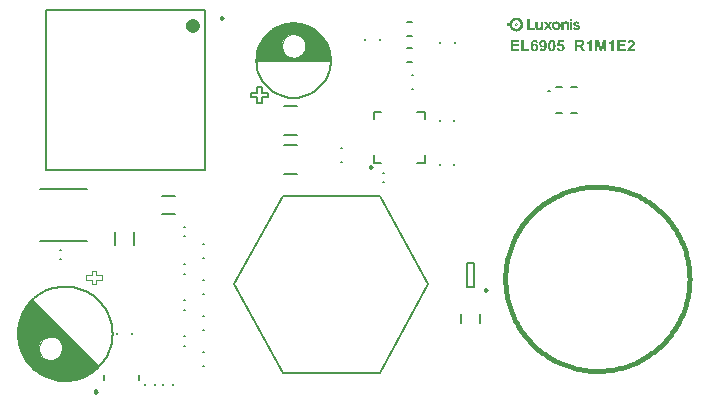
<source format=gto>
G04*
G04 #@! TF.GenerationSoftware,Altium Limited,Altium Designer,23.5.1 (21)*
G04*
G04 Layer_Color=65535*
%FSLAX44Y44*%
%MOMM*%
G71*
G04*
G04 #@! TF.SameCoordinates,0C852D97-15EF-43E7-8D4E-587EAF6ACFB3*
G04*
G04*
G04 #@! TF.FilePolarity,Positive*
G04*
G01*
G75*
%ADD10C,0.2000*%
%ADD11C,0.4000*%
%ADD12C,0.6000*%
%ADD13C,0.2500*%
%ADD14C,0.1000*%
%ADD15C,0.1270*%
%ADD16C,0.1016*%
%ADD17C,0.2032*%
G36*
X442338Y305742D02*
X442348Y305733D01*
X442360Y305688D01*
X442367Y298227D01*
X442377Y298217D01*
X442402Y298211D01*
X446587Y298205D01*
X446609Y298182D01*
X446603Y296461D01*
X446587Y296445D01*
X446536Y296432D01*
X446510Y296439D01*
X445352D01*
X440393Y296445D01*
X440377Y296461D01*
X440370Y296487D01*
X440367Y305653D01*
X440374Y305704D01*
X440390Y305726D01*
X440406Y305742D01*
X440450Y305749D01*
X440524Y305746D01*
X442223Y305749D01*
X442242Y305742D01*
X442306Y305749D01*
X442338Y305742D01*
D02*
G37*
G36*
X431089Y306856D02*
X431345Y306849D01*
X431364Y306843D01*
X431464Y306833D01*
X431502Y306827D01*
X431633Y306811D01*
X431678Y306805D01*
X431828Y306795D01*
X431867Y306789D01*
X431892Y306782D01*
X431927Y306772D01*
X431953Y306766D01*
X431998Y306753D01*
X432043Y306747D01*
X432107Y306740D01*
X432199Y306724D01*
X432231Y306712D01*
X432305Y306689D01*
X432350Y306683D01*
X432375Y306677D01*
X432439Y306670D01*
X432523Y306632D01*
X432548Y306625D01*
X432593Y306619D01*
X432618Y306612D01*
X432666Y306603D01*
X432721Y306574D01*
X432766Y306561D01*
X432791Y306555D01*
X432839Y306545D01*
X432945Y306497D01*
X432999Y306488D01*
X433031Y306475D01*
X433041Y306465D01*
X433054Y306459D01*
X433111Y306433D01*
X433159Y306424D01*
X433191Y306411D01*
X433201Y306401D01*
X433214Y306395D01*
X433271Y306369D01*
X433313Y306360D01*
X433335Y306344D01*
X433348Y306331D01*
X433393Y306312D01*
X433434Y306302D01*
X433457Y306293D01*
X433492Y306264D01*
X433534Y306248D01*
X433569Y306238D01*
X433578Y306229D01*
X433591Y306222D01*
X433610Y306203D01*
X433642Y306190D01*
X433668Y306184D01*
X433713Y306158D01*
X433732Y306139D01*
X433764Y306126D01*
X433805Y306110D01*
X433834Y306081D01*
X433847Y306075D01*
X433911Y306049D01*
X433930Y306030D01*
X433943Y306024D01*
X433956Y306011D01*
X433997Y305995D01*
X434020Y305979D01*
X434039Y305960D01*
X434052Y305953D01*
X434122Y305915D01*
X434148Y305889D01*
X434218Y305851D01*
X434237Y305832D01*
X434250Y305825D01*
X434295Y305800D01*
X434333Y305762D01*
X434378Y305736D01*
X434404Y305710D01*
X434461Y305678D01*
X434500Y305640D01*
X434544Y305614D01*
X434554Y305605D01*
X434560Y305592D01*
X434599Y305566D01*
X434621Y305550D01*
X434660Y305512D01*
X434672Y305506D01*
X434708Y305477D01*
X434736Y305448D01*
X434749Y305441D01*
X434784Y305413D01*
X434813Y305384D01*
X434826Y305378D01*
X434877Y305326D01*
X434890Y305320D01*
X434948Y305262D01*
X434960Y305256D01*
X434976Y305240D01*
X434983Y305227D01*
X435005Y305205D01*
X435018Y305198D01*
X435047Y305170D01*
X435053Y305157D01*
X435063Y305147D01*
X435075Y305141D01*
X435104Y305112D01*
X435111Y305099D01*
X435133Y305077D01*
X435146Y305070D01*
X435162Y305054D01*
X435168Y305042D01*
X435232Y304978D01*
X435239Y304965D01*
X435248Y304955D01*
X435261Y304949D01*
X435277Y304933D01*
X435284Y304920D01*
X435312Y304885D01*
X435341Y304856D01*
X435348Y304843D01*
X435360Y304830D01*
X435367Y304818D01*
X435405Y304779D01*
X435411Y304767D01*
X435424Y304754D01*
X435431Y304741D01*
X435469Y304702D01*
X435476Y304690D01*
X435504Y304655D01*
X435527Y304632D01*
X435533Y304619D01*
X435562Y304584D01*
X435584Y304562D01*
X435591Y304549D01*
X435623Y304504D01*
X435642Y304485D01*
X435674Y304427D01*
X435706Y304395D01*
X435738Y304338D01*
X435770Y304306D01*
X435783Y304274D01*
X435789Y304261D01*
X435818Y304226D01*
X435834Y304210D01*
X435850Y304168D01*
X435859Y304159D01*
X435866Y304146D01*
X435885Y304127D01*
X435891Y304114D01*
X435923Y304056D01*
X435952Y304021D01*
X435971Y303970D01*
X435994Y303941D01*
X436000Y303928D01*
X436013Y303916D01*
X436026Y303883D01*
X436051Y303839D01*
X436077Y303800D01*
X436099Y303739D01*
X436115Y303717D01*
X436128Y303704D01*
X436141Y303672D01*
X436163Y303612D01*
X436186Y303589D01*
X436205Y303544D01*
X436211Y303519D01*
X436243Y303461D01*
X436269Y303404D01*
X436278Y303368D01*
X436288Y303346D01*
X436320Y303301D01*
X436333Y303250D01*
X436343Y303215D01*
X436384Y303135D01*
X436403Y303058D01*
X436429Y303013D01*
X436448Y302969D01*
X436458Y302914D01*
X436464Y302882D01*
X436483Y302844D01*
X436506Y302802D01*
X436512Y302777D01*
X436525Y302693D01*
X436538Y302661D01*
X436563Y302604D01*
X436570Y302578D01*
X436576Y302533D01*
X436592Y302460D01*
X436618Y302389D01*
X436627Y302354D01*
X436634Y302309D01*
X436640Y302284D01*
X436650Y302210D01*
X436662Y302159D01*
X436672Y302124D01*
X436691Y302047D01*
X436704Y301919D01*
X436714Y301839D01*
X436726Y301762D01*
X436733Y301730D01*
X436739Y301705D01*
X436746Y301673D01*
X436755Y301586D01*
X436762Y301446D01*
X436768Y301190D01*
X436774Y300972D01*
X436768Y300755D01*
X436758Y300470D01*
X436752Y300387D01*
X436739Y300303D01*
X436733Y300278D01*
X436720Y300214D01*
X436710Y300127D01*
X436704Y300102D01*
X436694Y299984D01*
X436688Y299945D01*
X436675Y299894D01*
X436659Y299839D01*
X436646Y299788D01*
X436640Y299724D01*
X436634Y299680D01*
X436627Y299654D01*
X436605Y299593D01*
X436589Y299539D01*
X436576Y299462D01*
X436566Y299420D01*
X436547Y299369D01*
X436531Y299334D01*
X436519Y299283D01*
X436509Y299222D01*
X436496Y299190D01*
X436467Y299142D01*
X436458Y299100D01*
X436451Y299062D01*
X436445Y299030D01*
X436432Y298998D01*
X436423Y298988D01*
X436416Y298976D01*
X436397Y298931D01*
X436381Y298864D01*
X436349Y298813D01*
X436339Y298784D01*
X436320Y298707D01*
X436291Y298672D01*
X436275Y298636D01*
X436266Y298595D01*
X436253Y298563D01*
X436243Y298553D01*
X436237Y298541D01*
X436224Y298528D01*
X436211Y298483D01*
X436195Y298441D01*
X436179Y298419D01*
X436154Y298381D01*
X436144Y298345D01*
X436131Y298313D01*
X436122Y298304D01*
X436115Y298291D01*
X436102Y298278D01*
X436090Y298246D01*
X436074Y298205D01*
X436058Y298182D01*
X436045Y298169D01*
X436039Y298157D01*
X436019Y298112D01*
X436000Y298080D01*
X435981Y298061D01*
X435975Y298048D01*
X435962Y298016D01*
X435936Y297971D01*
X435917Y297952D01*
X435911Y297939D01*
X435872Y297869D01*
X435853Y297850D01*
X435815Y297779D01*
X435789Y297754D01*
Y297747D01*
X435786Y297744D01*
X435757Y297689D01*
X435731Y297664D01*
X435725Y297651D01*
X435683Y297590D01*
X435674Y297587D01*
X435667Y297574D01*
X435642Y297530D01*
X435616Y297504D01*
X435610Y297491D01*
X435597Y297478D01*
X435571Y297434D01*
X435533Y297395D01*
X435514Y297363D01*
X435476Y297325D01*
X435456Y297293D01*
X435418Y297254D01*
X435411Y297242D01*
X435383Y297206D01*
X435354Y297178D01*
X435348Y297165D01*
X435335Y297152D01*
X435328Y297139D01*
X435290Y297101D01*
X435284Y297088D01*
X435219Y297024D01*
X435213Y297011D01*
X435191Y296989D01*
X435178Y296982D01*
X435168Y296973D01*
X435162Y296960D01*
X435098Y296896D01*
X435092Y296883D01*
X435075Y296867D01*
X435063Y296861D01*
X435040Y296838D01*
X435034Y296826D01*
X435024Y296816D01*
X435012Y296810D01*
X434941Y296739D01*
X434928Y296733D01*
X434919Y296723D01*
X434912Y296710D01*
X434890Y296688D01*
X434877Y296682D01*
X434826Y296630D01*
X434813Y296624D01*
X434800Y296611D01*
X434788Y296605D01*
X434749Y296567D01*
X434736Y296560D01*
X434724Y296547D01*
X434711Y296541D01*
X434672Y296503D01*
X434660Y296496D01*
X434624Y296467D01*
X434596Y296439D01*
X434564Y296419D01*
X434525Y296381D01*
X434493Y296362D01*
X434461Y296330D01*
X434449Y296323D01*
X434404Y296298D01*
X434372Y296266D01*
X434359Y296259D01*
X434314Y296234D01*
X434305Y296224D01*
X434301Y296215D01*
X434288Y296208D01*
X434276Y296195D01*
X434231Y296170D01*
X434212Y296151D01*
X434199Y296144D01*
X434128Y296106D01*
X434103Y296080D01*
X434033Y296042D01*
X434013Y296023D01*
X433969Y296003D01*
X433956Y295997D01*
X433921Y295968D01*
X433911Y295959D01*
X433885Y295952D01*
X433828Y295920D01*
X433809Y295901D01*
X433745Y295875D01*
X433732Y295869D01*
X433719Y295856D01*
X433706Y295850D01*
X433693Y295837D01*
X433614Y295808D01*
X433597Y295792D01*
X433585Y295786D01*
X433572Y295773D01*
X433546Y295767D01*
X433505Y295751D01*
X433470Y295728D01*
X433457Y295716D01*
X433412Y295703D01*
X433386Y295696D01*
X433341Y295671D01*
X433329Y295658D01*
X433297Y295645D01*
X433255Y295636D01*
X433223Y295623D01*
X433201Y295607D01*
X433143Y295581D01*
X433095Y295572D01*
X433063Y295559D01*
X433041Y295543D01*
X432996Y295524D01*
X432970Y295517D01*
X432929Y295508D01*
X432897Y295495D01*
X432817Y295460D01*
X432772Y295453D01*
X432746Y295447D01*
X432663Y295408D01*
X432612Y295396D01*
X432551Y295386D01*
X432526Y295380D01*
X432455Y295348D01*
X432430Y295341D01*
X432398Y295335D01*
X432346Y295328D01*
X432286Y295319D01*
X432254Y295306D01*
X432212Y295290D01*
X432161Y295277D01*
X432046Y295264D01*
X431975Y295252D01*
X431950Y295245D01*
X431915Y295236D01*
X431838Y295217D01*
X431735Y295210D01*
X431623Y295201D01*
X431572Y295194D01*
X431534Y295188D01*
X431447Y295178D01*
X431422Y295172D01*
X431246Y295156D01*
X430629Y295152D01*
X430609Y295159D01*
X430478Y295168D01*
X430420Y295175D01*
X430337Y295188D01*
X430299Y295194D01*
X430241Y295201D01*
X430164Y295207D01*
X430017Y295220D01*
X429985Y295226D01*
X429909Y295245D01*
X429873Y295255D01*
X429829Y295261D01*
X429803Y295268D01*
X429710Y295277D01*
X429678Y295284D01*
X429653Y295290D01*
X429602Y295309D01*
X429547Y295325D01*
X429483Y295332D01*
X429458Y295338D01*
X429416Y295348D01*
X429384Y295360D01*
X429329Y295383D01*
X429285Y295389D01*
X429259Y295396D01*
X429211Y295405D01*
X429138Y295440D01*
X429086Y295453D01*
X429019Y295469D01*
X428965Y295498D01*
X428920Y295511D01*
X428894Y295517D01*
X428859Y295527D01*
X428837Y295536D01*
X428798Y295562D01*
X428754Y295575D01*
X428728Y295581D01*
X428686Y295597D01*
X428648Y295623D01*
X428619Y295632D01*
X428574Y295645D01*
X428543Y295658D01*
X428498Y295690D01*
X428447Y295703D01*
X428402Y295728D01*
X428363Y295754D01*
X428338Y295760D01*
X428296Y295776D01*
X428274Y295792D01*
X428261Y295805D01*
X428229Y295818D01*
X428178Y295837D01*
X428143Y295866D01*
X428107Y295882D01*
X428066Y295898D01*
X428043Y295914D01*
X428024Y295933D01*
X427992Y295946D01*
X427935Y295978D01*
X427915Y295997D01*
X427883Y296010D01*
X427851Y296029D01*
X427839Y296042D01*
X427826Y296048D01*
X427813Y296061D01*
X427787Y296068D01*
X427743Y296099D01*
X427724Y296119D01*
X427666Y296151D01*
X427631Y296179D01*
X427576Y296208D01*
X427538Y296247D01*
X427493Y296272D01*
X427467Y296298D01*
X427455Y296304D01*
X427410Y296330D01*
X427388Y296346D01*
X427381Y296359D01*
X427343Y296384D01*
X427320Y296400D01*
X427282Y296439D01*
X427250Y296458D01*
X427218Y296490D01*
X427205Y296496D01*
X427192Y296509D01*
X427180Y296515D01*
X427141Y296554D01*
X427128Y296560D01*
X427116Y296573D01*
X427103Y296579D01*
X427058Y296624D01*
X427045Y296630D01*
X427023Y296646D01*
X427016Y296659D01*
X426994Y296682D01*
X426981Y296688D01*
X426917Y296752D01*
X426904Y296758D01*
X426888Y296775D01*
X426882Y296787D01*
X426866Y296803D01*
X426853Y296810D01*
X426818Y296845D01*
X426812Y296858D01*
X426789Y296874D01*
X426760Y296903D01*
X426754Y296915D01*
X426744Y296925D01*
X426732Y296931D01*
X426703Y296960D01*
X426697Y296973D01*
X426668Y297002D01*
X426658Y297005D01*
X426652Y297018D01*
X426639Y297031D01*
X426632Y297043D01*
X426617Y297059D01*
X426604Y297066D01*
X426594Y297075D01*
X426588Y297088D01*
X426575Y297101D01*
X426568Y297114D01*
X426524Y297158D01*
X426517Y297171D01*
X426479Y297210D01*
X426473Y297222D01*
X426460Y297235D01*
X426453Y297248D01*
X426424Y297283D01*
X426396Y297312D01*
X426389Y297325D01*
X426361Y297360D01*
X426348Y297366D01*
X426316Y297418D01*
X426281Y297453D01*
X426255Y297498D01*
X426226Y297533D01*
X426217Y297542D01*
X426191Y297587D01*
X426159Y297619D01*
X426127Y297677D01*
X426101Y297702D01*
X426063Y297773D01*
X426037Y297798D01*
X425999Y297869D01*
X425980Y297888D01*
X425961Y297933D01*
X425954Y297945D01*
X425938Y297968D01*
X425925Y297974D01*
X425897Y298041D01*
X425890Y298054D01*
X425865Y298080D01*
X425858Y298093D01*
X425839Y298137D01*
X425813Y298182D01*
X425794Y298201D01*
X425781Y298233D01*
X425772Y298269D01*
X425762Y298278D01*
X425756Y298291D01*
X425743Y298304D01*
X425737Y298317D01*
X425718Y298361D01*
X425711Y298387D01*
X425666Y298451D01*
X425653Y298502D01*
X425628Y298547D01*
X425602Y298585D01*
X425593Y298633D01*
X425580Y298665D01*
X425570Y298675D01*
X425564Y298688D01*
X425551Y298701D01*
X425538Y298745D01*
X425529Y298787D01*
X425516Y298819D01*
X425500Y298835D01*
X425487Y298867D01*
X425474Y298912D01*
X425465Y298953D01*
X425423Y299033D01*
X425414Y299075D01*
X425407Y299113D01*
X425394Y299145D01*
X425359Y299225D01*
X425353Y299270D01*
X425346Y299296D01*
X425337Y299331D01*
X425324Y299363D01*
X425308Y299398D01*
X425295Y299443D01*
X425289Y299507D01*
X425282Y299532D01*
X425273Y299568D01*
X425260Y299599D01*
X425244Y299641D01*
X425238Y299667D01*
X425231Y299711D01*
X425222Y299792D01*
X425215Y299823D01*
X425202Y299855D01*
X425190Y299868D01*
X425158Y299881D01*
X425113Y299888D01*
X423471Y299884D01*
X423452Y299904D01*
X423446Y299948D01*
X423452Y299967D01*
X423449Y302089D01*
X423456Y302114D01*
X423488Y302127D01*
X423568Y302124D01*
X425087Y302127D01*
X425106Y302121D01*
X425132Y302127D01*
X425170Y302133D01*
X425206Y302162D01*
X425218Y302194D01*
X425225Y302258D01*
X425231Y302303D01*
X425241Y302364D01*
X425254Y302396D01*
X425276Y302450D01*
X425289Y302527D01*
X425298Y302581D01*
X425305Y302607D01*
X425340Y302687D01*
X425346Y302712D01*
X425353Y302757D01*
X425359Y302783D01*
X425369Y302818D01*
X425378Y302828D01*
X425404Y302885D01*
X425420Y302959D01*
X425426Y302985D01*
X425468Y303064D01*
X425484Y303138D01*
X425532Y303231D01*
X425548Y303298D01*
X425570Y303333D01*
X425596Y303391D01*
X425606Y303426D01*
X425628Y303461D01*
X425653Y303500D01*
X425663Y303547D01*
X425695Y303599D01*
X425711Y303627D01*
X425733Y303688D01*
X425750Y303711D01*
X425762Y303724D01*
X425781Y303768D01*
X425788Y303794D01*
X425839Y303871D01*
X425855Y303912D01*
X425871Y303935D01*
X425890Y303954D01*
X425903Y303986D01*
X425919Y304027D01*
X425954Y304063D01*
X425973Y304107D01*
X425980Y304120D01*
X425993Y304133D01*
X425999Y304146D01*
X426018Y304165D01*
X426034Y304207D01*
X426066Y304245D01*
X426082Y304261D01*
X426098Y304303D01*
X426114Y304319D01*
X426121Y304331D01*
X426140Y304351D01*
X426165Y304395D01*
X426175Y304411D01*
X426188Y304418D01*
X426232Y304488D01*
X426261Y304517D01*
X426268Y304530D01*
X426293Y304575D01*
X426316Y304590D01*
X426351Y304645D01*
X426396Y304690D01*
X426415Y304722D01*
X426453Y304760D01*
X426460Y304773D01*
X426488Y304808D01*
X426517Y304837D01*
X426524Y304850D01*
X426553Y304885D01*
X426588Y304920D01*
X426594Y304933D01*
X426645Y304984D01*
X426652Y304997D01*
X426674Y305019D01*
X426687Y305026D01*
X426697Y305035D01*
X426703Y305048D01*
X426716Y305061D01*
X426719Y305070D01*
X426732Y305077D01*
X426773Y305118D01*
X426780Y305131D01*
X426818Y305163D01*
X426831Y305176D01*
X426837Y305189D01*
X426847Y305198D01*
X426860Y305205D01*
X426924Y305269D01*
X426936Y305275D01*
X426952Y305291D01*
X426959Y305304D01*
X426975Y305320D01*
X426988Y305326D01*
X427039Y305378D01*
X427052Y305384D01*
X427064Y305397D01*
X427077Y305403D01*
X427116Y305441D01*
X427128Y305448D01*
X427141Y305461D01*
X427154Y305467D01*
X427199Y305512D01*
X427231Y305531D01*
X427269Y305569D01*
X427282Y305576D01*
X427317Y305605D01*
X427340Y305627D01*
X427352Y305634D01*
X427388Y305662D01*
X427410Y305685D01*
X427467Y305717D01*
X427500Y305749D01*
X427554Y305777D01*
X427560Y305790D01*
X427576Y305806D01*
X427647Y305845D01*
X427666Y305864D01*
X427679Y305870D01*
X427736Y305902D01*
X427746Y305912D01*
X427749Y305921D01*
X427762Y305928D01*
X427832Y305966D01*
X427851Y305985D01*
X427864Y305992D01*
X427935Y306030D01*
X427954Y306049D01*
X428018Y306075D01*
X428053Y306104D01*
X428063Y306113D01*
X428133Y306139D01*
X428168Y306168D01*
X428203Y306184D01*
X428245Y306200D01*
X428267Y306216D01*
X428306Y306241D01*
X428347Y306251D01*
X428399Y306283D01*
X428408Y306293D01*
X428440Y306305D01*
X428482Y306315D01*
X428533Y306347D01*
X428568Y306363D01*
X428594Y306369D01*
X428655Y306392D01*
X428671Y306408D01*
X428715Y306427D01*
X428783Y306443D01*
X428805Y306453D01*
X428843Y306478D01*
X428875Y306491D01*
X428930Y306500D01*
X428955Y306507D01*
X429022Y306542D01*
X429067Y306555D01*
X429115Y306565D01*
X429141Y306571D01*
X429214Y306606D01*
X429240Y306612D01*
X429307Y306622D01*
X429333Y306628D01*
X429365Y306641D01*
X429419Y306664D01*
X429445Y306670D01*
X429534Y306683D01*
X429576Y306693D01*
X429608Y306705D01*
X429682Y306728D01*
X429726Y306734D01*
X429752Y306740D01*
X429841Y306747D01*
X429861Y306753D01*
X429902Y306763D01*
X429928Y306769D01*
X429963Y306779D01*
X429989Y306785D01*
X430033Y306792D01*
X430059Y306798D01*
X430216Y306808D01*
X430280Y306814D01*
X430363Y306827D01*
X430395Y306833D01*
X430446Y306840D01*
X430517Y306846D01*
X430600Y306852D01*
X430766Y306859D01*
X431070Y306862D01*
X431089Y306856D01*
D02*
G37*
G36*
X248568Y301431D02*
X252557Y300362D01*
X256372Y298782D01*
X259948Y296717D01*
X263224Y294204D01*
X266144Y291284D01*
X268657Y288008D01*
X270722Y284432D01*
X272302Y280617D01*
X273371Y276628D01*
X273910Y272535D01*
Y270470D01*
X210910D01*
Y272535D01*
X211449Y276628D01*
X212518Y280617D01*
X214098Y284432D01*
X216162Y288008D01*
X218676Y291284D01*
X221596Y294204D01*
X224872Y296717D01*
X228448Y298782D01*
X232263Y300362D01*
X236252Y301431D01*
X240345Y301970D01*
X244475D01*
X248568Y301431D01*
D02*
G37*
G36*
X49094Y39188D02*
X43790Y33884D01*
X42807Y34747D01*
X40546Y36052D01*
X38024Y36728D01*
X35414D01*
X32892Y36052D01*
X30632Y34747D01*
X28786Y32901D01*
X27480Y30640D01*
X26805Y28119D01*
Y25508D01*
X27480Y22987D01*
X28786Y20726D01*
X29648Y19742D01*
X29648Y19742D01*
Y19742D01*
X30283Y19120D01*
X31720Y18077D01*
X33332Y17335D01*
X35058Y16921D01*
X35944Y16844D01*
X36858Y16792D01*
X38680Y16959D01*
X40434Y17478D01*
X42054Y18329D01*
X42793Y18869D01*
X42793Y18869D01*
X43544Y19595D01*
X44816Y21248D01*
X45740Y23119D01*
X46281Y25133D01*
X46420Y27214D01*
X46149Y29283D01*
X45480Y31258D01*
X44439Y33066D01*
X43790Y33884D01*
X49094Y39188D01*
X77378Y10903D01*
X77378D01*
X75524Y9050D01*
X71364Y5857D01*
X66823Y3236D01*
X61979Y1229D01*
X56914Y-128D01*
X51715Y-812D01*
X46472D01*
X41273Y-128D01*
X36209Y1229D01*
X31364Y3236D01*
X26823Y5857D01*
X22663Y9050D01*
X20809Y10903D01*
X20809Y10903D01*
X18956Y12757D01*
X15763Y16917D01*
X13142Y21458D01*
X11135Y26302D01*
X9778Y31367D01*
X9094Y36566D01*
X9094Y41809D01*
X9778Y47008D01*
X11135Y52073D01*
X13142Y56917D01*
X15763Y61458D01*
X18956Y65618D01*
X20809Y67472D01*
X49094Y39188D01*
D02*
G37*
G36*
X473173Y303669D02*
X473404Y303663D01*
X473423Y303656D01*
X473490Y303647D01*
X473522Y303640D01*
X473560Y303634D01*
X473592Y303627D01*
X473644Y303621D01*
X473701Y303615D01*
X473752Y303608D01*
X473784Y303602D01*
X473810Y303596D01*
X473922Y303560D01*
X473967Y303554D01*
X474008Y303544D01*
X474034Y303538D01*
X474114Y303503D01*
X474165Y303490D01*
X474200Y303480D01*
X474280Y303439D01*
X474332Y303426D01*
X474376Y303400D01*
X474408Y303381D01*
X474479Y303356D01*
X474514Y303327D01*
X474549Y303311D01*
X474591Y303295D01*
X474626Y303260D01*
X474658Y303247D01*
X474703Y303221D01*
X474728Y303196D01*
X474786Y303164D01*
X474818Y303132D01*
X474831Y303125D01*
X474866Y303096D01*
X474882Y303080D01*
X474895Y303074D01*
X474952Y303029D01*
X474984Y302997D01*
X474997Y302991D01*
X475067Y302920D01*
X475080Y302914D01*
X475112Y302876D01*
X475160Y302828D01*
X475167Y302815D01*
X475211Y302770D01*
X475218Y302757D01*
X475262Y302700D01*
X475282Y302680D01*
X475301Y302649D01*
X475333Y302617D01*
X475365Y302559D01*
X475378Y302546D01*
X475384Y302533D01*
X475397Y302521D01*
X475410Y302488D01*
X475429Y302456D01*
X475448Y302437D01*
X475454Y302425D01*
X475474Y302380D01*
X475493Y302348D01*
X475518Y302309D01*
X475541Y302249D01*
X475563Y302213D01*
X475589Y302156D01*
X475595Y302130D01*
X475611Y302089D01*
X475621Y302079D01*
X475627Y302066D01*
X475646Y302021D01*
X475662Y301954D01*
X475675Y301922D01*
X475704Y301855D01*
X475717Y301778D01*
X475723Y301753D01*
X475768Y301612D01*
X475774Y301548D01*
X475790Y301442D01*
X475803Y301378D01*
X475810Y301353D01*
X475816Y301314D01*
X475826Y301228D01*
X475832Y301164D01*
X475838Y300851D01*
X475832Y296455D01*
X475822Y296445D01*
X475790Y296432D01*
X475707Y296439D01*
X473906Y296435D01*
X473884Y296451D01*
X473874Y296461D01*
X473868Y296544D01*
X473861Y300729D01*
X473855Y300748D01*
X473848Y300799D01*
X473842Y300819D01*
X473823Y300882D01*
X473816Y300908D01*
X473807Y300969D01*
X473800Y301001D01*
X473784Y301042D01*
X473752Y301113D01*
X473746Y301138D01*
X473730Y301180D01*
X473714Y301202D01*
X473701Y301215D01*
X473685Y301257D01*
X473672Y301289D01*
X473656Y301305D01*
X473650Y301318D01*
X473637Y301330D01*
X473631Y301343D01*
X473605Y301388D01*
X473567Y301426D01*
X473548Y301458D01*
X473538Y301468D01*
X473525Y301474D01*
X473509Y301490D01*
X473503Y301503D01*
X473468Y301538D01*
X473455Y301545D01*
X473439Y301567D01*
X473423Y301583D01*
X473410Y301590D01*
X473375Y301618D01*
X473353Y301641D01*
X473295Y301673D01*
X473269Y301698D01*
X473237Y301711D01*
X473196Y301727D01*
X473173Y301749D01*
X473161Y301756D01*
X473129Y301769D01*
X473103Y301775D01*
X473061Y301791D01*
X473013Y301820D01*
X472972Y301829D01*
X472940Y301836D01*
X472901Y301842D01*
X472850Y301855D01*
X472818Y301868D01*
X472793Y301874D01*
X472761Y301881D01*
X472674Y301890D01*
X472591Y301897D01*
X472265Y301890D01*
X472245Y301884D01*
X472185Y301874D01*
X472092Y301845D01*
X472066Y301839D01*
X472012Y301829D01*
X471986Y301823D01*
X471954Y301810D01*
X471906Y301782D01*
X471865Y301772D01*
X471839Y301765D01*
X471804Y301743D01*
X471791Y301730D01*
X471746Y301711D01*
X471705Y301695D01*
X471676Y301666D01*
X471663Y301660D01*
X471606Y301628D01*
X471574Y301596D01*
X471561Y301590D01*
X471526Y301561D01*
X471497Y301532D01*
X471484Y301525D01*
X471404Y301446D01*
X471398Y301433D01*
X471353Y301388D01*
X471347Y301375D01*
X471318Y301340D01*
X471308Y301337D01*
X471302Y301324D01*
X471276Y301279D01*
X471247Y301244D01*
X471231Y301209D01*
X471218Y301177D01*
X471212Y301164D01*
X471193Y301145D01*
X471186Y301132D01*
X471174Y301100D01*
X471161Y301049D01*
X471116Y300953D01*
X471110Y300908D01*
X471103Y300882D01*
X471097Y300819D01*
X471091Y300799D01*
X471084Y300774D01*
X471078Y300729D01*
X471071Y300703D01*
X471065Y300582D01*
X471059Y296467D01*
X471043Y296445D01*
X471017Y296439D01*
X469104Y296445D01*
X469088Y296461D01*
X469081Y296525D01*
Y300294D01*
Y300300D01*
X469088Y303474D01*
X469104Y303490D01*
X469148Y303496D01*
X470934Y303490D01*
X470963Y303468D01*
X470969Y303442D01*
X470963Y303340D01*
X470969Y302904D01*
X470985Y302889D01*
X471023Y302895D01*
X471046Y302917D01*
X471052Y302930D01*
X471068Y302946D01*
X471081Y302952D01*
X471097Y302969D01*
X471103Y302981D01*
X471113Y302991D01*
X471126Y302997D01*
X471161Y303026D01*
X471190Y303055D01*
X471203Y303061D01*
X471238Y303090D01*
X471260Y303112D01*
X471318Y303144D01*
X471334Y303154D01*
X471337Y303164D01*
X471350Y303170D01*
X471407Y303202D01*
X471439Y303234D01*
X471471Y303247D01*
X471529Y303279D01*
X471548Y303298D01*
X471609Y303320D01*
X471644Y303343D01*
X471676Y303362D01*
X471702Y303368D01*
X471743Y303384D01*
X471753Y303394D01*
X471766Y303400D01*
X471798Y303420D01*
X471823Y303426D01*
X471868Y303439D01*
X471964Y303484D01*
X472015Y303496D01*
X472050Y303506D01*
X472082Y303519D01*
X472137Y303541D01*
X472162Y303547D01*
X472207Y303554D01*
X472233Y303560D01*
X472274Y303570D01*
X472367Y303599D01*
X472393Y303605D01*
X472438Y303612D01*
X472501Y303618D01*
X472607Y303634D01*
X472645Y303640D01*
X472677Y303647D01*
X472716Y303653D01*
X472767Y303659D01*
X472844Y303666D01*
X473112Y303672D01*
X473154Y303675D01*
X473173Y303669D01*
D02*
G37*
G36*
X461540Y303490D02*
X461557Y303474D01*
X461550Y303442D01*
X461531Y303423D01*
X461525Y303410D01*
X461480Y303365D01*
X461473Y303352D01*
X461438Y303298D01*
X461425Y303292D01*
X461381Y303221D01*
X461358Y303199D01*
X461352Y303186D01*
X461310Y303125D01*
X461297Y303119D01*
X461259Y303055D01*
X461246Y303048D01*
X461236Y303039D01*
X461230Y303026D01*
X461205Y302981D01*
X461173Y302949D01*
X461166Y302936D01*
X461131Y302882D01*
X461118Y302876D01*
X461109Y302866D01*
X461102Y302853D01*
X461070Y302808D01*
X461051Y302789D01*
X461045Y302777D01*
X461019Y302732D01*
X460987Y302700D01*
X460981Y302687D01*
X460949Y302642D01*
X460923Y302617D01*
X460917Y302604D01*
X460885Y302559D01*
X460865Y302540D01*
X460859Y302527D01*
X460833Y302482D01*
X460801Y302450D01*
X460795Y302437D01*
X460763Y302393D01*
X460737Y302367D01*
X460731Y302354D01*
X460699Y302309D01*
X460686Y302297D01*
X460680Y302284D01*
X460654Y302245D01*
X460648Y302233D01*
X460616Y302201D01*
X460610Y302188D01*
X460578Y302143D01*
X460552Y302117D01*
X460526Y302073D01*
X460501Y302047D01*
X460494Y302034D01*
X460453Y301973D01*
X460430Y301951D01*
X460424Y301938D01*
X460392Y301894D01*
X460366Y301868D01*
X460341Y301823D01*
X460315Y301798D01*
X460309Y301785D01*
X460283Y301740D01*
X460245Y301702D01*
X460238Y301689D01*
X460206Y301644D01*
X460181Y301618D01*
X460155Y301574D01*
X460130Y301548D01*
X460123Y301535D01*
X460098Y301490D01*
X460075Y301468D01*
X460072Y301465D01*
X460059Y301452D01*
X460053Y301439D01*
X460021Y301394D01*
X459995Y301369D01*
X459970Y301324D01*
X459950Y301305D01*
X459944Y301292D01*
X459931Y301279D01*
X459906Y301234D01*
X459874Y301202D01*
X459867Y301190D01*
X459835Y301145D01*
X459810Y301119D01*
X459784Y301074D01*
X459758Y301049D01*
X459752Y301036D01*
X459726Y300991D01*
X459688Y300953D01*
X459682Y300940D01*
X459637Y300882D01*
X459611Y300844D01*
X459605Y300831D01*
X459573Y300799D01*
X459566Y300786D01*
X459541Y300742D01*
X459502Y300703D01*
X459496Y300690D01*
X459467Y300655D01*
X459458Y300646D01*
X459451Y300633D01*
X459410Y300572D01*
X459394Y300556D01*
X459387Y300543D01*
X459375Y300530D01*
X459352Y300489D01*
X459339Y300483D01*
X459330Y300473D01*
X459323Y300460D01*
X459291Y300415D01*
X459272Y300396D01*
X459266Y300383D01*
X459224Y300323D01*
X459208Y300307D01*
X459202Y300294D01*
X459157Y300236D01*
X459138Y300217D01*
X459112Y300172D01*
X459087Y300147D01*
X459080Y300134D01*
X459055Y300089D01*
X459016Y300051D01*
X459010Y300038D01*
X458997Y300006D01*
X459003Y299948D01*
X459032Y299913D01*
X459055Y299891D01*
X459087Y299833D01*
X459125Y299795D01*
X459151Y299750D01*
X459160Y299740D01*
X459170Y299737D01*
X459176Y299724D01*
X459189Y299711D01*
X459215Y299667D01*
X459240Y299641D01*
X459247Y299628D01*
X459288Y299568D01*
X459311Y299545D01*
X459330Y299513D01*
X459362Y299481D01*
X459368Y299468D01*
X459400Y299424D01*
X459413Y299411D01*
X459419Y299398D01*
X459432Y299385D01*
X459458Y299340D01*
X459490Y299308D01*
X459515Y299264D01*
X459554Y299225D01*
X459579Y299180D01*
X459605Y299155D01*
X459611Y299142D01*
X459653Y299081D01*
X459675Y299059D01*
X459682Y299046D01*
X459704Y299011D01*
X459717Y299004D01*
X459726Y298995D01*
X459733Y298982D01*
X459775Y298921D01*
X459797Y298899D01*
X459822Y298854D01*
X459854Y298822D01*
X459861Y298809D01*
X459893Y298764D01*
X459918Y298739D01*
X459944Y298694D01*
X459976Y298662D01*
X460008Y298605D01*
X460046Y298566D01*
X460072Y298521D01*
X460082Y298512D01*
X460091Y298509D01*
X460098Y298496D01*
X460130Y298451D01*
X460136Y298438D01*
X460162Y298413D01*
X460168Y298400D01*
X460203Y298345D01*
X460213Y298342D01*
X460219Y298329D01*
X460232Y298317D01*
X460251Y298285D01*
X460283Y298253D01*
X460290Y298240D01*
X460322Y298195D01*
X460341Y298176D01*
X460347Y298163D01*
X460373Y298118D01*
X460411Y298080D01*
X460437Y298035D01*
X460475Y297997D01*
X460501Y297952D01*
X460526Y297926D01*
X460533Y297913D01*
X460574Y297853D01*
X460597Y297830D01*
X460603Y297817D01*
X460632Y297782D01*
X460648Y297766D01*
X460654Y297754D01*
X460696Y297693D01*
X460718Y297670D01*
X460744Y297626D01*
X460776Y297594D01*
X460782Y297581D01*
X460814Y297536D01*
X460840Y297510D01*
X460865Y297466D01*
X460897Y297434D01*
X460929Y297376D01*
X460968Y297338D01*
X460993Y297293D01*
X461003Y297283D01*
X461013Y297280D01*
X461019Y297267D01*
X461045Y297229D01*
X461051Y297216D01*
X461083Y297184D01*
X461089Y297171D01*
X461121Y297127D01*
X461141Y297107D01*
X461147Y297094D01*
X461179Y297050D01*
X461205Y297024D01*
X461211Y297011D01*
X461243Y296966D01*
X461262Y296947D01*
X461269Y296935D01*
X461294Y296890D01*
X461333Y296851D01*
X461358Y296807D01*
X461396Y296768D01*
X461422Y296723D01*
X461454Y296691D01*
X461486Y296634D01*
X461518Y296602D01*
X461525Y296589D01*
X461553Y296554D01*
X461569Y296538D01*
X461576Y296525D01*
X461601Y296487D01*
X461608Y296461D01*
X461592Y296445D01*
X461566Y296439D01*
X459483Y296435D01*
X459458Y296442D01*
X459439Y296461D01*
X459432Y296474D01*
X459381Y296525D01*
X459355Y296570D01*
X459330Y296595D01*
X459323Y296608D01*
X459282Y296669D01*
X459253Y296698D01*
X459234Y296730D01*
X459202Y296762D01*
X459176Y296807D01*
X459147Y296842D01*
X459138Y296851D01*
X459131Y296864D01*
X459099Y296909D01*
X459074Y296935D01*
X459048Y296979D01*
X459010Y297018D01*
X458984Y297062D01*
X458959Y297088D01*
X458952Y297101D01*
X458917Y297155D01*
X458904Y297162D01*
X458875Y297203D01*
X458869Y297216D01*
X458831Y297254D01*
X458805Y297299D01*
X458796Y297315D01*
X458786Y297318D01*
X458779Y297331D01*
X458767Y297344D01*
X458741Y297389D01*
X458703Y297427D01*
X458677Y297472D01*
X458667Y297482D01*
X458658Y297485D01*
X458652Y297498D01*
X458626Y297536D01*
X458619Y297549D01*
X458587Y297581D01*
X458581Y297594D01*
X458546Y297648D01*
X458533Y297654D01*
X458507Y297693D01*
X458492Y297715D01*
X458460Y297747D01*
X458434Y297792D01*
X458408Y297817D01*
X458402Y297830D01*
X458360Y297891D01*
X458338Y297913D01*
X458331Y297926D01*
X458303Y297968D01*
X458290Y297974D01*
X458280Y297984D01*
X458255Y298029D01*
X458226Y298064D01*
X458216Y298073D01*
X458210Y298086D01*
X458178Y298131D01*
X458159Y298150D01*
X458152Y298163D01*
X458120Y298208D01*
X458088Y298240D01*
X458063Y298285D01*
X458031Y298317D01*
X457999Y298374D01*
X457967Y298406D01*
X457941Y298451D01*
X457919Y298467D01*
X457884Y298521D01*
X457852Y298553D01*
X457845Y298566D01*
X457804Y298627D01*
X457759Y298646D01*
X457727Y298627D01*
X457695Y298576D01*
X457666Y298547D01*
X457640Y298502D01*
X457612Y298467D01*
X457596Y298451D01*
X457570Y298406D01*
X457561Y298397D01*
X457551Y298393D01*
X457545Y298381D01*
X457532Y298368D01*
X457513Y298336D01*
X457481Y298304D01*
X457455Y298259D01*
X457423Y298227D01*
X457416Y298214D01*
X457381Y298160D01*
X457369Y298153D01*
X457359Y298144D01*
X457353Y298131D01*
X457321Y298086D01*
X457295Y298061D01*
X457289Y298048D01*
X457257Y298003D01*
X457231Y297978D01*
X457205Y297933D01*
X457173Y297901D01*
X457148Y297856D01*
X457109Y297817D01*
X457103Y297805D01*
X457058Y297747D01*
X457045Y297734D01*
X457020Y297689D01*
X456988Y297658D01*
X456962Y297613D01*
X456924Y297574D01*
X456917Y297562D01*
X456889Y297526D01*
X456873Y297510D01*
X456866Y297498D01*
X456825Y297437D01*
X456802Y297414D01*
X456777Y297370D01*
X456738Y297331D01*
X456732Y297318D01*
X456703Y297283D01*
X456681Y297261D01*
X456655Y297216D01*
X456629Y297190D01*
X456623Y297178D01*
X456598Y297139D01*
X456591Y297127D01*
X456553Y297088D01*
X456534Y297056D01*
X456495Y297018D01*
X456469Y296973D01*
X456437Y296941D01*
X456431Y296928D01*
X456390Y296867D01*
X456367Y296845D01*
X456348Y296813D01*
X456310Y296775D01*
X456284Y296730D01*
X456252Y296698D01*
X456246Y296685D01*
X456214Y296640D01*
X456194Y296621D01*
X456188Y296608D01*
X456156Y296563D01*
X456124Y296531D01*
X456098Y296487D01*
X456089Y296477D01*
X456076Y296471D01*
X456050Y296445D01*
X455999Y296432D01*
X455955Y296439D01*
X454006Y296435D01*
X453984Y296445D01*
X453980Y296480D01*
X454025Y296525D01*
X454051Y296570D01*
X454083Y296602D01*
X454115Y296659D01*
X454147Y296691D01*
X454153Y296704D01*
X454182Y296739D01*
X454204Y296762D01*
X454230Y296807D01*
X454262Y296838D01*
X454294Y296896D01*
X454332Y296935D01*
X454358Y296979D01*
X454380Y296995D01*
X454416Y297050D01*
X454425Y297066D01*
X454435Y297069D01*
X454441Y297082D01*
X454454Y297094D01*
X454480Y297139D01*
X454511Y297171D01*
X454518Y297184D01*
X454550Y297229D01*
X454576Y297254D01*
X454601Y297299D01*
X454633Y297331D01*
X454640Y297344D01*
X454672Y297389D01*
X454691Y297408D01*
X454697Y297421D01*
X454729Y297466D01*
X454755Y297491D01*
X454761Y297504D01*
X454793Y297549D01*
X454819Y297574D01*
X454844Y297619D01*
X454873Y297654D01*
X454883Y297664D01*
X454889Y297677D01*
X454918Y297718D01*
X454931Y297725D01*
X454940Y297734D01*
X454966Y297779D01*
X454998Y297811D01*
X455004Y297824D01*
X455046Y297885D01*
X455068Y297907D01*
X455094Y297952D01*
X455132Y297990D01*
X455151Y298022D01*
X455177Y298048D01*
X455183Y298061D01*
X455225Y298121D01*
X455247Y298144D01*
X455254Y298157D01*
X455286Y298201D01*
X455311Y298227D01*
X455337Y298272D01*
X455375Y298310D01*
X455401Y298355D01*
X455433Y298387D01*
X455465Y298445D01*
X455475Y298454D01*
X455487Y298461D01*
X455522Y298515D01*
X455555Y298547D01*
X455561Y298560D01*
X455602Y298620D01*
X455619Y298636D01*
X455625Y298649D01*
X455657Y298694D01*
X455682Y298720D01*
X455702Y298752D01*
X455734Y298784D01*
X455740Y298797D01*
X455782Y298857D01*
X455804Y298880D01*
X455830Y298925D01*
X455862Y298957D01*
X455868Y298969D01*
X455913Y299027D01*
X455926Y299040D01*
X455932Y299053D01*
X455977Y299110D01*
X455990Y299123D01*
X456015Y299168D01*
X456041Y299193D01*
X456047Y299206D01*
X456092Y299264D01*
X456111Y299283D01*
X456137Y299328D01*
X456169Y299360D01*
X456201Y299417D01*
X456239Y299456D01*
X456258Y299488D01*
X456290Y299520D01*
X456316Y299564D01*
X456348Y299596D01*
X456354Y299609D01*
X456396Y299670D01*
X456418Y299692D01*
X456444Y299737D01*
X456482Y299776D01*
X456511Y299823D01*
X456524Y299830D01*
X456549Y299868D01*
X456572Y299904D01*
X456598Y299929D01*
X456604Y299942D01*
X456636Y299987D01*
X456661Y300012D01*
X456668Y300025D01*
X456693Y300083D01*
X456687Y300108D01*
X456661Y300153D01*
X456617Y300198D01*
X456591Y300243D01*
X456559Y300275D01*
X456553Y300287D01*
X456511Y300348D01*
X456489Y300371D01*
X456463Y300415D01*
X456444Y300428D01*
X456437Y300441D01*
X456393Y300499D01*
X456380Y300511D01*
X456374Y300524D01*
X456348Y300569D01*
X456310Y300607D01*
X456284Y300652D01*
X456252Y300684D01*
X456246Y300697D01*
X456214Y300742D01*
X456188Y300767D01*
X456162Y300812D01*
X456137Y300838D01*
X456130Y300851D01*
X456089Y300911D01*
X456076Y300918D01*
X456041Y300972D01*
X456015Y300998D01*
X456009Y301010D01*
X455983Y301049D01*
X455977Y301062D01*
X455945Y301094D01*
X455938Y301106D01*
X455906Y301151D01*
X455881Y301177D01*
X455855Y301222D01*
X455817Y301260D01*
X455791Y301305D01*
X455766Y301330D01*
X455759Y301343D01*
X455718Y301404D01*
X455708Y301407D01*
X455702Y301420D01*
X455689Y301433D01*
X455670Y301465D01*
X455644Y301490D01*
X455638Y301503D01*
X455596Y301564D01*
X455574Y301586D01*
X455548Y301631D01*
X455516Y301663D01*
X455510Y301676D01*
X455478Y301721D01*
X455452Y301746D01*
X455426Y301791D01*
X455401Y301817D01*
X455395Y301829D01*
X455369Y301868D01*
X455363Y301881D01*
X455353Y301890D01*
X455343Y301894D01*
X455337Y301906D01*
X455324Y301919D01*
X455305Y301951D01*
X455273Y301983D01*
X455267Y301996D01*
X455241Y302041D01*
X455209Y302073D01*
X455203Y302085D01*
X455171Y302130D01*
X455145Y302156D01*
X455119Y302201D01*
X455081Y302239D01*
X455055Y302284D01*
X455030Y302309D01*
X455023Y302322D01*
X454982Y302383D01*
X454953Y302412D01*
X454934Y302444D01*
X454902Y302476D01*
X454870Y302533D01*
X454838Y302565D01*
X454812Y302610D01*
X454774Y302649D01*
X454748Y302693D01*
X454716Y302725D01*
X454710Y302738D01*
X454678Y302783D01*
X454659Y302802D01*
X454652Y302815D01*
X454627Y302860D01*
X454588Y302898D01*
X454582Y302911D01*
X454553Y302946D01*
X454537Y302962D01*
X454531Y302975D01*
X454489Y303036D01*
X454467Y303058D01*
X454441Y303103D01*
X454409Y303135D01*
X454403Y303148D01*
X454371Y303192D01*
X454345Y303218D01*
X454320Y303263D01*
X454288Y303295D01*
X454256Y303352D01*
X454224Y303384D01*
X454217Y303397D01*
X454166Y303448D01*
X454172Y303487D01*
X454208Y303496D01*
X456338Y303490D01*
X456361Y303474D01*
X456380Y303442D01*
X456418Y303404D01*
X456444Y303359D01*
X456463Y303340D01*
X456469Y303327D01*
X456482Y303314D01*
X456508Y303269D01*
X456540Y303237D01*
X456566Y303192D01*
X456604Y303154D01*
X456629Y303109D01*
X456661Y303077D01*
X456693Y303020D01*
X456732Y302981D01*
X456754Y302940D01*
X456767Y302933D01*
X456783Y302917D01*
X456809Y302873D01*
X456838Y302837D01*
X456847Y302828D01*
X456873Y302783D01*
X456905Y302751D01*
X456911Y302738D01*
X456943Y302693D01*
X456969Y302668D01*
X456975Y302655D01*
X457007Y302610D01*
X457026Y302591D01*
X457033Y302578D01*
X457058Y302533D01*
X457097Y302495D01*
X457122Y302450D01*
X457132Y302441D01*
X457145Y302434D01*
X457189Y302364D01*
X457218Y302335D01*
X457244Y302290D01*
X457269Y302265D01*
X457276Y302252D01*
X457308Y302207D01*
X457340Y302175D01*
X457365Y302130D01*
X457391Y302105D01*
X457397Y302092D01*
X457423Y302047D01*
X457461Y302009D01*
X457487Y301964D01*
X457525Y301926D01*
X457551Y301881D01*
X457583Y301849D01*
X457615Y301791D01*
X457653Y301753D01*
X457673Y301721D01*
X457705Y301689D01*
X457711Y301676D01*
X457743Y301631D01*
X457756Y301618D01*
X457762Y301605D01*
X457775Y301593D01*
X457800Y301548D01*
X457832Y301516D01*
X457852Y301484D01*
X457880Y301449D01*
X457906Y301423D01*
X457932Y301417D01*
X457954Y301433D01*
X457967Y301465D01*
X457973Y301478D01*
X458002Y301513D01*
X458012Y301522D01*
X458018Y301535D01*
X458050Y301580D01*
X458076Y301605D01*
X458101Y301650D01*
X458133Y301682D01*
X458140Y301695D01*
X458181Y301756D01*
X458204Y301778D01*
X458229Y301823D01*
X458261Y301855D01*
X458287Y301900D01*
X458319Y301932D01*
X458325Y301945D01*
X458367Y302005D01*
X458383Y302021D01*
X458389Y302034D01*
X458421Y302079D01*
X458447Y302105D01*
X458472Y302149D01*
X458504Y302181D01*
X458530Y302226D01*
X458559Y302261D01*
X458568Y302271D01*
X458575Y302284D01*
X458604Y302325D01*
X458613Y302329D01*
X458619Y302341D01*
X458632Y302354D01*
X458658Y302399D01*
X458690Y302431D01*
X458716Y302476D01*
X458741Y302501D01*
X458747Y302514D01*
X458783Y302568D01*
X458796Y302575D01*
X458805Y302584D01*
X458811Y302597D01*
X458853Y302658D01*
X458863Y302661D01*
X458869Y302674D01*
X458895Y302719D01*
X458927Y302751D01*
X458933Y302764D01*
X458978Y302821D01*
X458997Y302840D01*
X459023Y302885D01*
X459035Y302898D01*
X459042Y302911D01*
X459061Y302930D01*
X459087Y302975D01*
X459119Y303007D01*
X459144Y303052D01*
X459183Y303090D01*
X459208Y303135D01*
X459234Y303160D01*
X459240Y303173D01*
X459266Y303218D01*
X459304Y303256D01*
X459330Y303301D01*
X459368Y303340D01*
X459394Y303384D01*
X459419Y303410D01*
X459426Y303423D01*
X459451Y303468D01*
X459467Y303484D01*
X459493Y303490D01*
X459538Y303496D01*
X461540Y303490D01*
D02*
G37*
G36*
X453638D02*
X453654Y303474D01*
X453661Y303429D01*
X453654Y303346D01*
X453657Y296503D01*
X453651Y296464D01*
X453638Y296445D01*
X453613Y296439D01*
X451821Y296445D01*
X451811Y296455D01*
X451799Y296487D01*
X451792Y297062D01*
X451770Y297066D01*
X451712Y297034D01*
X451696Y297018D01*
X451690Y297005D01*
X451667Y296982D01*
X451655Y296976D01*
X451603Y296925D01*
X451591Y296919D01*
X451555Y296890D01*
X451533Y296867D01*
X451488Y296842D01*
X451456Y296810D01*
X451399Y296778D01*
X451367Y296746D01*
X451296Y296707D01*
X451277Y296688D01*
X451245Y296675D01*
X451200Y296650D01*
X451181Y296630D01*
X451149Y296618D01*
X451107Y296602D01*
X451085Y296586D01*
X451047Y296560D01*
X451012Y296551D01*
X450970Y296535D01*
X450925Y296503D01*
X450890Y296493D01*
X450839Y296480D01*
X450759Y296439D01*
X450685Y296423D01*
X450660Y296416D01*
X450586Y296381D01*
X450509Y296368D01*
X450484Y296362D01*
X450436Y296352D01*
X450343Y296323D01*
X450317Y296317D01*
X450253Y296311D01*
X450208Y296304D01*
X450109Y296295D01*
X450058Y296288D01*
X449972Y296279D01*
X449946Y296272D01*
X449805Y296266D01*
X449498Y296272D01*
X449479Y296279D01*
X449380Y296288D01*
X449293Y296298D01*
X449249Y296304D01*
X449137Y296314D01*
X449098Y296320D01*
X449047Y296333D01*
X449018Y296343D01*
X448974Y296355D01*
X448948Y296362D01*
X448855Y296378D01*
X448829Y296384D01*
X448791Y296403D01*
X448759Y296416D01*
X448724Y296426D01*
X448676Y296435D01*
X448650Y296442D01*
X448570Y296483D01*
X448545Y296490D01*
X448510Y296499D01*
X448458Y296531D01*
X448423Y296547D01*
X448398Y296554D01*
X448340Y296586D01*
X448327Y296599D01*
X448295Y296611D01*
X448238Y296643D01*
X448225Y296656D01*
X448212Y296663D01*
X448142Y296701D01*
X448116Y296726D01*
X448071Y296752D01*
X448046Y296778D01*
X448033Y296784D01*
X447994Y296810D01*
X447982Y296816D01*
X447943Y296854D01*
X447930Y296861D01*
X447895Y296890D01*
X447860Y296925D01*
X447847Y296931D01*
X447825Y296954D01*
X447818Y296966D01*
X447809Y296976D01*
X447796Y296982D01*
X447761Y297018D01*
X447755Y297031D01*
X447738Y297047D01*
X447726Y297053D01*
X447710Y297069D01*
X447703Y297082D01*
X447652Y297133D01*
X447646Y297146D01*
X447617Y297181D01*
X447595Y297203D01*
X447563Y297261D01*
X447531Y297293D01*
X447524Y297306D01*
X447483Y297366D01*
X447467Y297382D01*
X447454Y297414D01*
X447425Y297462D01*
X447415Y297466D01*
X447409Y297478D01*
X447390Y297523D01*
X447364Y297568D01*
X447345Y297587D01*
X447332Y297632D01*
X447316Y297673D01*
X447294Y297696D01*
X447275Y297741D01*
X447268Y297779D01*
X447236Y297837D01*
X447217Y297882D01*
X447207Y297923D01*
X447201Y297949D01*
X447188Y297981D01*
X447166Y298022D01*
X447153Y298073D01*
X447147Y298118D01*
X447140Y298144D01*
X447118Y298205D01*
X447102Y298246D01*
X447095Y298291D01*
X447089Y298317D01*
X447080Y298397D01*
X447073Y298435D01*
X447048Y298537D01*
X447038Y298624D01*
X447032Y298688D01*
X447025Y298790D01*
X447019Y299046D01*
X447012Y299091D01*
X447009Y303445D01*
X447015Y303471D01*
X447035Y303490D01*
X447080Y303496D01*
X448974Y303490D01*
X448989Y303474D01*
X448996Y303448D01*
X448993Y303368D01*
X448999Y299177D01*
X449006Y299120D01*
X449012Y299081D01*
X449028Y299027D01*
X449041Y298982D01*
X449053Y298931D01*
X449060Y298880D01*
X449111Y298771D01*
X449121Y298736D01*
X449133Y298704D01*
X449162Y298675D01*
X449178Y298633D01*
X449191Y298601D01*
X449226Y298566D01*
X449233Y298553D01*
X449265Y298509D01*
X449290Y298483D01*
X449297Y298470D01*
X449309Y298457D01*
X449316Y298445D01*
X449383Y298377D01*
X449396Y298371D01*
X449402Y298358D01*
X449415Y298352D01*
X449434Y298333D01*
X449447Y298326D01*
X449460Y298313D01*
X449469Y298310D01*
X449476Y298297D01*
X449485Y298288D01*
X449498Y298281D01*
X449543Y298256D01*
X449569Y298230D01*
X449581Y298224D01*
X449626Y298205D01*
X449671Y298179D01*
X449703Y298160D01*
X449748Y298147D01*
X449773Y298141D01*
X449869Y298096D01*
X449914Y298089D01*
X449975Y298080D01*
X450007Y298073D01*
X450033Y298067D01*
X450068Y298057D01*
X450112Y298051D01*
X450138Y298045D01*
X450202Y298038D01*
X450330Y298032D01*
X450336D01*
X450477Y298038D01*
X450503Y298045D01*
X450564Y298054D01*
X450596Y298061D01*
X450672Y298080D01*
X450711Y298086D01*
X450762Y298093D01*
X450813Y298112D01*
X450880Y298141D01*
X450932Y298153D01*
X450989Y298185D01*
X451085Y298237D01*
X451130Y298269D01*
X451175Y298294D01*
X451200Y298320D01*
X451213Y298326D01*
X451261Y298361D01*
X451267Y298374D01*
X451283Y298390D01*
X451296Y298397D01*
X451331Y298432D01*
X451338Y298445D01*
X451347Y298454D01*
X451360Y298461D01*
X451383Y298483D01*
X451402Y298515D01*
X451434Y298547D01*
X451440Y298560D01*
X451472Y298617D01*
X451498Y298643D01*
X451511Y298675D01*
X451527Y298717D01*
X451543Y298732D01*
X451549Y298745D01*
X451568Y298790D01*
X451575Y298816D01*
X451597Y298876D01*
X451606Y298886D01*
X451619Y298918D01*
X451626Y298944D01*
X451645Y299078D01*
X451651Y299104D01*
X451664Y299180D01*
X451670Y299206D01*
X451677Y299366D01*
X451674Y303458D01*
X451690Y303480D01*
X451725Y303496D01*
X453638Y303490D01*
D02*
G37*
G36*
X464797Y303656D02*
X465015Y303650D01*
X465034Y303643D01*
X465140Y303634D01*
X465255Y303621D01*
X465345Y303615D01*
X465409Y303608D01*
X465492Y303596D01*
X465517Y303589D01*
X465552Y303580D01*
X465597Y303567D01*
X465623Y303560D01*
X465703Y303551D01*
X465741Y303544D01*
X465767Y303538D01*
X465818Y303519D01*
X465872Y303503D01*
X465898Y303496D01*
X465952Y303487D01*
X465978Y303480D01*
X466010Y303468D01*
X466077Y303439D01*
X466151Y303423D01*
X466183Y303410D01*
X466231Y303381D01*
X466272Y303372D01*
X466324Y303359D01*
X466362Y303333D01*
X466371Y303324D01*
X466442Y303304D01*
X466487Y303279D01*
X466525Y303253D01*
X466563Y303247D01*
X466621Y303215D01*
X466640Y303196D01*
X466711Y303170D01*
X466746Y303141D01*
X466781Y303125D01*
X466826Y303100D01*
X466839Y303087D01*
X466851Y303080D01*
X466922Y303042D01*
X466954Y303010D01*
X466986Y302997D01*
X466999Y302991D01*
X467034Y302962D01*
X467043Y302952D01*
X467056Y302946D01*
X467101Y302920D01*
X467117Y302904D01*
X467120Y302895D01*
X467133Y302889D01*
X467191Y302844D01*
X467210Y302824D01*
X467242Y302805D01*
X467267Y302780D01*
X467280Y302773D01*
X467299Y302754D01*
X467312Y302748D01*
X467347Y302719D01*
X467383Y302684D01*
X467395Y302677D01*
X467418Y302655D01*
X467424Y302642D01*
X467447Y302626D01*
X467603Y302469D01*
X467610Y302456D01*
X467654Y302412D01*
X467661Y302399D01*
X467674Y302386D01*
X467680Y302373D01*
X467718Y302335D01*
X467725Y302322D01*
X467760Y302274D01*
X467773Y302268D01*
X467798Y302229D01*
X467814Y302207D01*
X467846Y302175D01*
X467872Y302130D01*
X467891Y302111D01*
X467898Y302098D01*
X467930Y302041D01*
X467962Y302009D01*
X468000Y301938D01*
X468013Y301926D01*
X468019Y301913D01*
X468064Y301829D01*
X468077Y301817D01*
X468083Y301804D01*
X468109Y301740D01*
X468115Y301727D01*
X468128Y301714D01*
X468134Y301702D01*
X468147Y301689D01*
X468153Y301663D01*
X468166Y301631D01*
X468192Y301586D01*
X468218Y301529D01*
X468224Y301503D01*
X468237Y301471D01*
X468269Y301426D01*
X468278Y301391D01*
X468285Y301359D01*
X468291Y301334D01*
X468326Y301266D01*
X468339Y301222D01*
X468345Y301196D01*
X468352Y301158D01*
X468384Y301087D01*
X468397Y301042D01*
X468403Y301017D01*
X468413Y300956D01*
X468419Y300931D01*
X468454Y300819D01*
X468461Y300774D01*
X468467Y300748D01*
X468477Y300655D01*
X468483Y300623D01*
X468502Y300546D01*
X468509Y300515D01*
X468518Y300428D01*
X468525Y300345D01*
X468531Y300147D01*
X468537Y299910D01*
X468531Y299731D01*
X468521Y299523D01*
X468515Y299459D01*
X468502Y299382D01*
X468489Y299331D01*
X468477Y299267D01*
X468470Y299228D01*
X468464Y299171D01*
X468451Y299094D01*
X468416Y298982D01*
X468410Y298957D01*
X468403Y298912D01*
X468394Y298870D01*
X468387Y298845D01*
X468352Y298764D01*
X468345Y298739D01*
X468330Y298672D01*
X468320Y298649D01*
X468288Y298579D01*
X468275Y298528D01*
X468243Y298470D01*
X468224Y298425D01*
X468214Y298390D01*
X468201Y298358D01*
X468186Y298336D01*
X468160Y298278D01*
X468147Y298246D01*
X468141Y298233D01*
X468112Y298198D01*
X468086Y298134D01*
X468061Y298096D01*
X468045Y298080D01*
X468022Y298019D01*
X468000Y297997D01*
X467994Y297984D01*
X467981Y297971D01*
X467974Y297945D01*
X467942Y297901D01*
X467923Y297882D01*
X467891Y297824D01*
X467872Y297805D01*
X467866Y297792D01*
X467840Y297747D01*
X467802Y297709D01*
X467795Y297696D01*
X467766Y297654D01*
X467754Y297648D01*
X467744Y297638D01*
X467738Y297626D01*
X467693Y297568D01*
X467667Y297542D01*
X467661Y297530D01*
X467648Y297517D01*
X467642Y297504D01*
X467597Y297459D01*
X467590Y297446D01*
X467427Y297283D01*
X467415Y297277D01*
X467398Y297254D01*
X467389Y297245D01*
X467376Y297238D01*
X467357Y297219D01*
X467344Y297213D01*
X467299Y297168D01*
X467286Y297162D01*
X467251Y297133D01*
X467229Y297111D01*
X467216Y297104D01*
X467181Y297075D01*
X467159Y297053D01*
X467146Y297047D01*
X467123Y297031D01*
X467120Y297027D01*
X467088Y296995D01*
X467018Y296957D01*
X466992Y296931D01*
X466935Y296899D01*
X466909Y296874D01*
X466826Y296829D01*
X466807Y296810D01*
X466765Y296794D01*
X466714Y296762D01*
X466704Y296752D01*
X466672Y296739D01*
X466631Y296723D01*
X466621Y296714D01*
X466608Y296707D01*
X466589Y296688D01*
X466544Y296675D01*
X466503Y296659D01*
X466493Y296650D01*
X466480Y296643D01*
X466468Y296630D01*
X466436Y296618D01*
X466394Y296608D01*
X466362Y296595D01*
X466352Y296586D01*
X466339Y296579D01*
X466282Y296554D01*
X466244Y296547D01*
X466135Y296496D01*
X466090Y296490D01*
X466029Y296467D01*
X465994Y296451D01*
X465930Y296432D01*
X465869Y296423D01*
X465844Y296416D01*
X465812Y296403D01*
X465760Y296384D01*
X465735Y296378D01*
X465696Y296371D01*
X465639Y296365D01*
X465601Y296359D01*
X465524Y296339D01*
X465489Y296330D01*
X465412Y296317D01*
X465386Y296311D01*
X465242Y296301D01*
X465178Y296295D01*
X465121Y296288D01*
X465057Y296282D01*
X464999Y296275D01*
X464916Y296269D01*
X464554Y296266D01*
X464535Y296272D01*
X464413Y296279D01*
X464394Y296285D01*
X464282Y296295D01*
X464218Y296301D01*
X464058Y296314D01*
X463982Y296327D01*
X463930Y296339D01*
X463895Y296349D01*
X463844Y296362D01*
X463764Y296371D01*
X463726Y296378D01*
X463700Y296384D01*
X463668Y296397D01*
X463595Y296419D01*
X463569Y296426D01*
X463524Y296432D01*
X463498Y296439D01*
X463457Y296455D01*
X463390Y296483D01*
X463316Y296499D01*
X463284Y296512D01*
X463236Y296541D01*
X463195Y296551D01*
X463143Y296563D01*
X463108Y296586D01*
X463051Y296611D01*
X463015Y296621D01*
X462983Y296634D01*
X462961Y296656D01*
X462929Y296669D01*
X462868Y296691D01*
X462846Y296707D01*
X462807Y296733D01*
X462772Y296742D01*
X462737Y296765D01*
X462724Y296778D01*
X462711Y296784D01*
X462667Y296803D01*
X462654Y296810D01*
X462619Y296838D01*
X462609Y296848D01*
X462577Y296861D01*
X462532Y296887D01*
X462507Y296912D01*
X462449Y296944D01*
X462424Y296970D01*
X462411Y296976D01*
X462366Y297002D01*
X462334Y297034D01*
X462321Y297040D01*
X462276Y297072D01*
X462251Y297098D01*
X462238Y297104D01*
X462203Y297133D01*
X462174Y297162D01*
X462161Y297168D01*
X462145Y297178D01*
X462139Y297190D01*
X462110Y297219D01*
X462097Y297226D01*
X462040Y297283D01*
X462027Y297290D01*
X461934Y297382D01*
X461931Y297392D01*
X461918Y297398D01*
X461889Y297427D01*
X461883Y297440D01*
X461825Y297498D01*
X461819Y297510D01*
X461768Y297562D01*
X461761Y297574D01*
X461716Y297619D01*
X461697Y297651D01*
X461665Y297683D01*
X461659Y297696D01*
X461617Y297757D01*
X461601Y297773D01*
X461595Y297785D01*
X461569Y297830D01*
X461531Y297869D01*
X461515Y297910D01*
X461505Y297920D01*
X461499Y297933D01*
X461473Y297958D01*
X461460Y297990D01*
X461435Y298035D01*
X461416Y298054D01*
X461403Y298086D01*
X461371Y298144D01*
X461358Y298157D01*
X461339Y298201D01*
X461323Y298243D01*
X461307Y298265D01*
X461288Y298297D01*
X461259Y298377D01*
X461249Y298387D01*
X461243Y298400D01*
X461217Y298457D01*
X461208Y298493D01*
X461195Y298525D01*
X461166Y298573D01*
X461157Y298614D01*
X461150Y298640D01*
X461131Y298691D01*
X461102Y298758D01*
X461080Y298864D01*
X461057Y298918D01*
X461045Y298950D01*
X461038Y298995D01*
X461032Y299021D01*
X461022Y299088D01*
X461016Y299113D01*
X460993Y299187D01*
X460981Y299238D01*
X460968Y299379D01*
X460961Y299424D01*
X460955Y299488D01*
X460949Y299513D01*
X460939Y299568D01*
X460933Y299619D01*
X460926Y299689D01*
X460920Y299779D01*
X460917Y299807D01*
X460923Y299827D01*
X460917Y299852D01*
X460920Y300124D01*
X460917Y300147D01*
X460923Y300166D01*
X460933Y300303D01*
X460939Y300355D01*
X460952Y300431D01*
X460961Y300518D01*
X460968Y300562D01*
X460977Y300662D01*
X460990Y300732D01*
X460997Y300758D01*
X461019Y300831D01*
X461025Y300857D01*
X461041Y300962D01*
X461067Y301033D01*
X461089Y301106D01*
X461105Y301180D01*
X461118Y301212D01*
X461147Y301279D01*
X461166Y301356D01*
X461198Y301407D01*
X461217Y301471D01*
X461233Y301513D01*
X461259Y301551D01*
X461275Y301593D01*
X461281Y301618D01*
X461307Y301663D01*
X461333Y301702D01*
X461342Y301737D01*
X461352Y301759D01*
X461381Y301794D01*
X461425Y301884D01*
X461441Y301900D01*
X461448Y301913D01*
X461486Y301983D01*
X461505Y302002D01*
X461512Y302015D01*
X461544Y302073D01*
X461576Y302105D01*
X461608Y302162D01*
X461633Y302188D01*
X461640Y302201D01*
X461665Y302245D01*
X461710Y302290D01*
X461729Y302322D01*
X461768Y302361D01*
X461774Y302373D01*
X461825Y302425D01*
X461832Y302437D01*
X461883Y302488D01*
X461889Y302501D01*
X462027Y302639D01*
X462040Y302645D01*
X462104Y302709D01*
X462116Y302716D01*
X462161Y302761D01*
X462174Y302767D01*
X462219Y302812D01*
X462231Y302818D01*
X462267Y302847D01*
X462289Y302869D01*
X462302Y302876D01*
X462347Y302908D01*
X462366Y302927D01*
X462379Y302933D01*
X462424Y302959D01*
X462455Y302991D01*
X462513Y303023D01*
X462539Y303048D01*
X462571Y303061D01*
X462616Y303087D01*
X462635Y303106D01*
X462648Y303112D01*
X462692Y303132D01*
X462705Y303138D01*
X462740Y303167D01*
X462775Y303183D01*
X462817Y303199D01*
X462839Y303215D01*
X462852Y303228D01*
X462865Y303234D01*
X462897Y303247D01*
X462932Y303256D01*
X462967Y303279D01*
X462980Y303292D01*
X463012Y303304D01*
X463054Y303314D01*
X463086Y303327D01*
X463095Y303336D01*
X463108Y303343D01*
X463166Y303368D01*
X463207Y303378D01*
X463239Y303391D01*
X463281Y303413D01*
X463313Y303426D01*
X463358Y303432D01*
X463438Y303461D01*
X463473Y303477D01*
X463518Y303490D01*
X463578Y303500D01*
X463604Y303506D01*
X463655Y303525D01*
X463687Y303538D01*
X463751Y303551D01*
X463809Y303557D01*
X463847Y303563D01*
X463879Y303570D01*
X463914Y303580D01*
X463959Y303592D01*
X463985Y303599D01*
X464094Y303612D01*
X464158Y303618D01*
X464269Y303627D01*
X464442Y303647D01*
X464506Y303653D01*
X464698Y303659D01*
X464778Y303663D01*
X464797Y303656D01*
D02*
G37*
G36*
X478494Y300473D02*
X478487Y296467D01*
X478471Y296445D01*
X478446Y296439D01*
X478414Y296432D01*
X478395Y296439D01*
X476561Y296435D01*
X476536Y296442D01*
X476523Y296455D01*
X476517Y296480D01*
X476513Y296509D01*
X476517Y303397D01*
X476510Y303416D01*
X476517Y303474D01*
X476533Y303490D01*
X476558Y303496D01*
X478465Y303490D01*
X478487Y303474D01*
X478494Y303448D01*
Y300479D01*
Y300473D01*
D02*
G37*
G36*
X478974Y297741D02*
X478967Y297760D01*
X478935Y297817D01*
X478923Y297830D01*
X478903Y297894D01*
X478852Y298003D01*
X478836Y298070D01*
X478827Y298099D01*
X478833Y298131D01*
X478843Y298141D01*
X478875Y298153D01*
X478910Y298163D01*
X478970Y298198D01*
X479047Y298217D01*
X479089Y298233D01*
X479099Y298243D01*
X479111Y298249D01*
X479156Y298269D01*
X479223Y298285D01*
X479303Y298326D01*
X479345Y298336D01*
X479370Y298342D01*
X479402Y298355D01*
X479450Y298384D01*
X479502Y298397D01*
X479537Y298406D01*
X479569Y298419D01*
X479578Y298429D01*
X479623Y298448D01*
X479674Y298461D01*
X479710Y298470D01*
X479748Y298496D01*
X479790Y298512D01*
X479831Y298521D01*
X479857Y298528D01*
X479911Y298557D01*
X479956Y298576D01*
X480023Y298592D01*
X480103Y298633D01*
X480145Y298643D01*
X480170Y298649D01*
X480202Y298662D01*
X480250Y298691D01*
X480301Y298704D01*
X480337Y298713D01*
X480442Y298761D01*
X480487Y298755D01*
X480503Y298739D01*
X480513Y298685D01*
X480519Y298659D01*
X480545Y298620D01*
X480561Y298585D01*
X480567Y298560D01*
X480580Y298528D01*
X480609Y298493D01*
X480625Y298457D01*
X480657Y298400D01*
X480682Y298374D01*
X480708Y298329D01*
X480746Y298291D01*
X480752Y298278D01*
X480765Y298265D01*
X480772Y298253D01*
X480871Y298153D01*
X480884Y298147D01*
X480896Y298134D01*
X480909Y298128D01*
X480941Y298096D01*
X480954Y298089D01*
X480999Y298057D01*
X481018Y298038D01*
X481063Y298019D01*
X481076Y298013D01*
X481111Y297984D01*
X481146Y297968D01*
X481181Y297958D01*
X481232Y297926D01*
X481274Y297910D01*
X481316Y297901D01*
X481348Y297894D01*
X481380Y297882D01*
X481447Y297853D01*
X481508Y297843D01*
X481565Y297837D01*
X481642Y297824D01*
X481706Y297811D01*
X481792Y297801D01*
X481818Y297795D01*
X482007Y297792D01*
X482109Y297798D01*
X482167Y297805D01*
X482231Y297817D01*
X482256Y297824D01*
X482288Y297830D01*
X482365Y297843D01*
X482426Y297853D01*
X482483Y297885D01*
X482515Y297897D01*
X482551Y297907D01*
X482573Y297917D01*
X482608Y297945D01*
X482663Y297974D01*
X482698Y298003D01*
X482727Y298032D01*
X482739Y298038D01*
X482768Y298067D01*
X482775Y298080D01*
X482819Y298137D01*
X482845Y298195D01*
X482861Y298237D01*
X482877Y298265D01*
X482890Y298310D01*
X482896Y298355D01*
X482890Y298573D01*
X482839Y298681D01*
X482813Y298726D01*
X482794Y298745D01*
X482787Y298758D01*
X482755Y298803D01*
X482727Y298832D01*
X482717Y298835D01*
X482710Y298848D01*
X482682Y298876D01*
X482669Y298883D01*
X482611Y298928D01*
X482599Y298941D01*
X482541Y298972D01*
X482496Y299004D01*
X482471Y299011D01*
X482426Y299037D01*
X482413Y299049D01*
X482368Y299069D01*
X482333Y299078D01*
X482301Y299091D01*
X482285Y299107D01*
X482240Y299126D01*
X482199Y299136D01*
X482173Y299142D01*
X482093Y299184D01*
X482067Y299190D01*
X482026Y299200D01*
X482000Y299206D01*
X481908Y299248D01*
X481808Y299270D01*
X481776Y299283D01*
X481709Y299312D01*
X481655Y299321D01*
X481623Y299328D01*
X481591Y299340D01*
X481524Y299369D01*
X481469Y299379D01*
X481437Y299385D01*
X481412Y299392D01*
X481332Y299427D01*
X481280Y299440D01*
X481232Y299449D01*
X481181Y299468D01*
X481146Y299484D01*
X481101Y299497D01*
X481053Y299507D01*
X481028Y299513D01*
X481005Y299523D01*
X480935Y299555D01*
X480909Y299561D01*
X480871Y299568D01*
X480775Y299612D01*
X480724Y299625D01*
X480685Y299632D01*
X480621Y299670D01*
X480577Y299683D01*
X480551Y299689D01*
X480509Y299705D01*
X480500Y299715D01*
X480487Y299721D01*
X480429Y299747D01*
X480394Y299756D01*
X480359Y299779D01*
X480289Y299811D01*
X480263Y299817D01*
X480228Y299846D01*
X480161Y299875D01*
X480129Y299894D01*
X480109Y299913D01*
X480065Y299932D01*
X480020Y299958D01*
X479994Y299984D01*
X479937Y300016D01*
X479924Y300028D01*
X479911Y300035D01*
X479898Y300047D01*
X479841Y300079D01*
X479809Y300111D01*
X479796Y300118D01*
X479761Y300147D01*
X479757Y300156D01*
X479745Y300163D01*
X479732Y300175D01*
X479719Y300182D01*
X479655Y300246D01*
X479646Y300249D01*
X479639Y300262D01*
X479604Y300297D01*
X479591Y300303D01*
X479559Y300348D01*
X479546Y300355D01*
X479524Y300377D01*
X479505Y300409D01*
X479466Y300447D01*
X479441Y300492D01*
X479415Y300518D01*
X479370Y300601D01*
X479351Y300620D01*
X479322Y300700D01*
X479313Y300710D01*
X479306Y300723D01*
X479294Y300735D01*
X479274Y300799D01*
X479268Y300825D01*
X479223Y300921D01*
X479217Y300966D01*
X479210Y300991D01*
X479194Y301058D01*
X479188Y301084D01*
X479179Y301119D01*
X479172Y301145D01*
X479166Y301190D01*
X479159Y301215D01*
X479153Y301356D01*
X479146Y301605D01*
X479153Y301625D01*
X479159Y301823D01*
X479166Y301842D01*
X479172Y301894D01*
X479185Y301926D01*
X479191Y301951D01*
X479204Y301996D01*
X479210Y302041D01*
X479217Y302066D01*
X479226Y302121D01*
X479239Y302153D01*
X479268Y302220D01*
X479274Y302245D01*
X479284Y302281D01*
X479297Y302313D01*
X479313Y302329D01*
X479332Y302373D01*
X479354Y302434D01*
X479364Y302444D01*
X479370Y302456D01*
X479383Y302469D01*
X479396Y302501D01*
X479428Y302559D01*
X479447Y302578D01*
X479486Y302649D01*
X479511Y302674D01*
X479518Y302687D01*
X479550Y302732D01*
X479569Y302751D01*
X479575Y302764D01*
X479604Y302805D01*
X479617Y302812D01*
X479639Y302834D01*
X479646Y302847D01*
X479745Y302946D01*
X479757Y302952D01*
X479773Y302969D01*
X479780Y302981D01*
X479790Y302991D01*
X479802Y302997D01*
X479837Y303026D01*
X479866Y303055D01*
X479911Y303080D01*
X479943Y303112D01*
X480001Y303144D01*
X480033Y303176D01*
X480065Y303189D01*
X480097Y303208D01*
X480116Y303228D01*
X480129Y303234D01*
X480161Y303247D01*
X480218Y303279D01*
X480237Y303298D01*
X480273Y303308D01*
X480324Y303327D01*
X480346Y303349D01*
X480378Y303362D01*
X480404Y303368D01*
X480465Y303391D01*
X480474Y303400D01*
X480487Y303407D01*
X480532Y303426D01*
X480605Y303442D01*
X480637Y303455D01*
X480705Y303484D01*
X480730Y303490D01*
X480804Y303506D01*
X480855Y303525D01*
X480909Y303541D01*
X480986Y303554D01*
X481031Y303560D01*
X481073Y303570D01*
X481175Y303596D01*
X481207Y303602D01*
X481293Y303612D01*
X481338Y303618D01*
X481488Y303627D01*
X481540Y303634D01*
X481684Y303650D01*
X481911Y303659D01*
X481978Y303663D01*
X481997Y303656D01*
X482253Y303650D01*
X482272Y303643D01*
X482413Y303631D01*
X482458Y303624D01*
X482576Y303615D01*
X482647Y303608D01*
X482723Y303596D01*
X482758Y303586D01*
X482803Y303573D01*
X482854Y303560D01*
X482973Y303544D01*
X482999Y303538D01*
X483031Y303525D01*
X483072Y303509D01*
X483117Y303496D01*
X483178Y303487D01*
X483203Y303480D01*
X483270Y303445D01*
X483322Y303432D01*
X483363Y303423D01*
X483395Y303410D01*
X483411Y303394D01*
X483456Y303375D01*
X483482Y303368D01*
X483517Y303359D01*
X483555Y303333D01*
X483565Y303324D01*
X483597Y303311D01*
X483622Y303304D01*
X483667Y303279D01*
X483680Y303266D01*
X483693Y303260D01*
X483725Y303247D01*
X483769Y303221D01*
X483789Y303202D01*
X483872Y303157D01*
X483898Y303132D01*
X483942Y303106D01*
X483974Y303074D01*
X484032Y303042D01*
X484070Y303004D01*
X484083Y302997D01*
X484118Y302969D01*
X484160Y302927D01*
X484173Y302920D01*
X484205Y302882D01*
X484217Y302869D01*
X484230Y302863D01*
X484240Y302853D01*
X484246Y302840D01*
X484259Y302828D01*
X484265Y302815D01*
X484275Y302805D01*
X484288Y302799D01*
X484297Y302789D01*
X484304Y302777D01*
X484336Y302732D01*
X484355Y302712D01*
X484361Y302700D01*
X484374Y302687D01*
X484400Y302642D01*
X484432Y302610D01*
X484445Y302578D01*
X484451Y302565D01*
X484470Y302546D01*
X484477Y302533D01*
X484489Y302521D01*
X484512Y302460D01*
X484521Y302450D01*
X484528Y302437D01*
X484547Y302418D01*
X484560Y302373D01*
X484576Y302332D01*
X484592Y302309D01*
X484617Y302252D01*
X484633Y302185D01*
X484656Y302143D01*
X484662Y302124D01*
X484646Y302095D01*
X484633Y302089D01*
X484601Y302076D01*
X484566Y302066D01*
X484486Y302025D01*
X484419Y302009D01*
X484387Y301996D01*
X484377Y301986D01*
X484333Y301967D01*
X484281Y301954D01*
X484246Y301945D01*
X484208Y301919D01*
X484166Y301903D01*
X484125Y301894D01*
X484099Y301887D01*
X484067Y301874D01*
X484058Y301865D01*
X484045Y301858D01*
X484000Y301839D01*
X483933Y301823D01*
X483853Y301782D01*
X483811Y301772D01*
X483786Y301765D01*
X483754Y301753D01*
X483705Y301724D01*
X483654Y301711D01*
X483619Y301702D01*
X483587Y301689D01*
X483578Y301679D01*
X483533Y301660D01*
X483482Y301647D01*
X483446Y301637D01*
X483408Y301612D01*
X483373Y301596D01*
X483306Y301580D01*
X483274Y301567D01*
X483219Y301538D01*
X483142Y301519D01*
X483085Y301487D01*
X483053Y301474D01*
X483011Y301471D01*
X482979Y301484D01*
X482960Y301529D01*
X482954Y301567D01*
X482922Y301612D01*
X482896Y301670D01*
X482877Y301702D01*
X482851Y301727D01*
X482826Y301772D01*
X482797Y301807D01*
X482781Y301823D01*
X482775Y301836D01*
X482755Y301855D01*
X482749Y301868D01*
X482739Y301877D01*
X482727Y301884D01*
X482669Y301942D01*
X482656Y301948D01*
X482599Y301993D01*
X482586Y302005D01*
X482503Y302050D01*
X482490Y302063D01*
X482458Y302076D01*
X482416Y302085D01*
X482368Y302108D01*
X482311Y302133D01*
X482205Y302149D01*
X482167Y302156D01*
X482135Y302162D01*
X482096Y302169D01*
X482064Y302175D01*
X482007Y302181D01*
X481888Y302185D01*
X481869Y302178D01*
X481748Y302172D01*
X481728Y302165D01*
X481674Y302156D01*
X481520Y302130D01*
X481488Y302117D01*
X481447Y302095D01*
X481415Y302082D01*
X481380Y302073D01*
X481341Y302041D01*
X481293Y302012D01*
X481280Y302005D01*
X481239Y301964D01*
X481232Y301951D01*
X481200Y301926D01*
X481194Y301913D01*
X481156Y301842D01*
X481130Y301804D01*
X481117Y301753D01*
X481108Y301660D01*
X481105Y301580D01*
X481111Y301561D01*
X481120Y301468D01*
X481127Y301442D01*
X481149Y301407D01*
X481175Y301369D01*
X481200Y301324D01*
X481300Y301225D01*
X481312Y301218D01*
X481370Y301174D01*
X481440Y301135D01*
X481460Y301116D01*
X481504Y301097D01*
X481540Y301087D01*
X481575Y301065D01*
X481632Y301039D01*
X481668Y301030D01*
X481699Y301017D01*
X481780Y300982D01*
X481805Y300975D01*
X481872Y300959D01*
X481946Y300924D01*
X482023Y300911D01*
X482048Y300905D01*
X482090Y300889D01*
X482122Y300876D01*
X482164Y300860D01*
X482208Y300854D01*
X482282Y300838D01*
X482317Y300822D01*
X482349Y300809D01*
X482400Y300796D01*
X482445Y300790D01*
X482471Y300783D01*
X482506Y300774D01*
X482538Y300761D01*
X482579Y300745D01*
X482631Y300732D01*
X482685Y300723D01*
X482710Y300716D01*
X482775Y300690D01*
X482803Y300681D01*
X482854Y300668D01*
X482909Y300658D01*
X482960Y300639D01*
X482995Y300623D01*
X483040Y300611D01*
X483066Y300604D01*
X483104Y300598D01*
X483187Y300559D01*
X483232Y300546D01*
X483274Y300537D01*
X483306Y300524D01*
X483354Y300495D01*
X483389Y300486D01*
X483421Y300479D01*
X483462Y300463D01*
X483501Y300438D01*
X483533Y300425D01*
X483574Y300415D01*
X483626Y300383D01*
X483661Y300367D01*
X483686Y300361D01*
X483744Y300329D01*
X483757Y300316D01*
X483789Y300303D01*
X483830Y300287D01*
X483898Y300239D01*
X483923Y300233D01*
X483968Y300201D01*
X483981Y300188D01*
X484051Y300150D01*
X484077Y300124D01*
X484122Y300099D01*
X484153Y300067D01*
X484166Y300060D01*
X484224Y300016D01*
X484243Y299996D01*
X484256Y299990D01*
X484291Y299961D01*
X484333Y299919D01*
X484345Y299913D01*
X484368Y299891D01*
X484374Y299878D01*
X484425Y299827D01*
X484432Y299814D01*
X484445Y299801D01*
X484451Y299788D01*
X484489Y299750D01*
X484496Y299737D01*
X484528Y299692D01*
X484553Y299667D01*
X484585Y299609D01*
X484604Y299590D01*
X484624Y299545D01*
X484649Y299500D01*
X484662Y299488D01*
X484669Y299475D01*
X484681Y299443D01*
X484704Y299382D01*
X484713Y299372D01*
X484720Y299360D01*
X484739Y299315D01*
X484745Y299289D01*
X484755Y299248D01*
X484774Y299209D01*
X484790Y299168D01*
X484803Y299116D01*
X484813Y299049D01*
X484819Y299017D01*
X484825Y298992D01*
X484832Y298960D01*
X484838Y298934D01*
X484845Y298896D01*
X484851Y298870D01*
X484860Y298784D01*
X484867Y298470D01*
X484857Y298281D01*
X484851Y298230D01*
X484838Y298166D01*
X484828Y298131D01*
X484816Y298080D01*
X484809Y298035D01*
X484803Y298009D01*
X484796Y297952D01*
X484790Y297933D01*
X484758Y297862D01*
X484745Y297817D01*
X484736Y297770D01*
X484716Y297731D01*
X484694Y297689D01*
X484681Y297645D01*
X484665Y297603D01*
X484649Y297587D01*
X484643Y297574D01*
X484617Y297517D01*
X484595Y297475D01*
X484585Y297472D01*
X484579Y297459D01*
X484566Y297446D01*
X484560Y297421D01*
X484496Y297331D01*
X484477Y297299D01*
X484445Y297267D01*
X484416Y297219D01*
X484403Y297213D01*
X484393Y297203D01*
X484387Y297190D01*
X484374Y297178D01*
X484368Y297165D01*
X484317Y297114D01*
X484310Y297101D01*
X484243Y297034D01*
X484230Y297027D01*
X484179Y296976D01*
X484166Y296970D01*
X484122Y296925D01*
X484090Y296906D01*
X484051Y296867D01*
X484006Y296842D01*
X483974Y296810D01*
X483904Y296771D01*
X483885Y296752D01*
X483801Y296707D01*
X483789Y296695D01*
X483776Y296688D01*
X483744Y296675D01*
X483702Y296659D01*
X483680Y296637D01*
X483667Y296630D01*
X483635Y296618D01*
X483574Y296595D01*
X483565Y296586D01*
X483552Y296579D01*
X483520Y296560D01*
X483494Y296554D01*
X483459Y296544D01*
X483427Y296531D01*
X483379Y296503D01*
X483338Y296493D01*
X483306Y296487D01*
X483280Y296480D01*
X483206Y296445D01*
X483155Y296432D01*
X483094Y296423D01*
X483024Y296397D01*
X482970Y296381D01*
X482944Y296375D01*
X482870Y296365D01*
X482794Y296352D01*
X482762Y296346D01*
X482685Y296327D01*
X482653Y296320D01*
X482567Y296311D01*
X482503Y296304D01*
X482365Y296295D01*
X482301Y296288D01*
X482263Y296282D01*
X482179Y296275D01*
X482045Y296269D01*
X481741Y296266D01*
X481722Y296272D01*
X481556Y296279D01*
X481536Y296285D01*
X481424Y296295D01*
X481335Y296301D01*
X481181Y296314D01*
X481130Y296320D01*
X481066Y296333D01*
X481012Y296349D01*
X480986Y296355D01*
X480941Y296362D01*
X480916Y296368D01*
X480839Y296375D01*
X480820Y296381D01*
X480784Y296391D01*
X480730Y296413D01*
X480679Y296426D01*
X480634Y296432D01*
X480593Y296442D01*
X480561Y296455D01*
X480493Y296483D01*
X480468Y296490D01*
X480426Y296499D01*
X480394Y296512D01*
X480321Y296547D01*
X480279Y296557D01*
X480247Y296570D01*
X480237Y296579D01*
X480225Y296586D01*
X480193Y296605D01*
X480141Y296618D01*
X480097Y296643D01*
X480084Y296656D01*
X480071Y296663D01*
X480039Y296675D01*
X479997Y296691D01*
X479975Y296714D01*
X479962Y296720D01*
X479917Y296739D01*
X479885Y296758D01*
X479866Y296778D01*
X479854Y296784D01*
X479783Y296822D01*
X479757Y296848D01*
X479745Y296854D01*
X479700Y296887D01*
X479674Y296912D01*
X479630Y296938D01*
X479598Y296970D01*
X479585Y296976D01*
X479530Y297018D01*
X479524Y297031D01*
X479495Y297053D01*
X479482Y297059D01*
X479466Y297075D01*
X479460Y297088D01*
X479444Y297104D01*
X479431Y297111D01*
X479396Y297146D01*
X479390Y297158D01*
X479380Y297168D01*
X479367Y297174D01*
X479345Y297197D01*
X479338Y297210D01*
X479287Y297261D01*
X479281Y297274D01*
X479252Y297315D01*
X479243Y297318D01*
X479236Y297331D01*
X479217Y297350D01*
X479191Y297395D01*
X479159Y297427D01*
X479134Y297472D01*
X479108Y297498D01*
X479102Y297510D01*
X479063Y297581D01*
X479044Y297600D01*
X479031Y297632D01*
X478999Y297689D01*
X478987Y297702D01*
X478974Y297734D01*
Y297741D01*
D02*
G37*
G36*
X477902Y303880D02*
X477870Y303867D01*
X477844Y303861D01*
X477790Y303852D01*
X477764Y303845D01*
X477691Y303823D01*
X477665Y303816D01*
X477582Y303810D01*
X477492Y303804D01*
X477473Y303810D01*
X477352Y303816D01*
X477332Y303823D01*
X477297Y303832D01*
X477243Y303848D01*
X477217Y303855D01*
X477128Y303874D01*
X477064Y303912D01*
X477003Y303935D01*
X476981Y303951D01*
X476968Y303964D01*
X476955Y303970D01*
X476897Y304002D01*
X476859Y304040D01*
X476846Y304047D01*
X476817Y304069D01*
X476811Y304082D01*
X476795Y304098D01*
X476782Y304104D01*
X476760Y304127D01*
X476753Y304139D01*
X476702Y304191D01*
X476670Y304248D01*
X476645Y304274D01*
X476622Y304335D01*
X476600Y304370D01*
X476574Y304427D01*
X476565Y304482D01*
X476545Y304533D01*
X476529Y304587D01*
X476517Y304677D01*
X476523Y304946D01*
X476529Y304965D01*
X476536Y304990D01*
X476549Y305022D01*
X476568Y305086D01*
X476574Y305112D01*
X476584Y305154D01*
X476609Y305192D01*
X476619Y305202D01*
X476641Y305262D01*
X476667Y305301D01*
X476689Y305323D01*
X476721Y305381D01*
X476760Y305419D01*
X476766Y305432D01*
X476795Y305461D01*
X476808Y305467D01*
X476824Y305483D01*
X476830Y305496D01*
X476840Y305506D01*
X476852Y305512D01*
X476910Y305557D01*
X476923Y305569D01*
X476993Y305608D01*
X477032Y305634D01*
X477112Y305662D01*
X477166Y305691D01*
X477217Y305704D01*
X477284Y305714D01*
X477336Y305726D01*
X477368Y305733D01*
X477406Y305739D01*
X477464Y305746D01*
X477537Y305749D01*
X477556Y305742D01*
X477652Y305736D01*
X477672Y305730D01*
X477713Y305720D01*
X477739Y305714D01*
X477816Y305701D01*
X477848Y305694D01*
X477879Y305681D01*
X477928Y305653D01*
X477972Y305640D01*
X478017Y305614D01*
X478030Y305602D01*
X478043Y305595D01*
X478100Y305563D01*
X478132Y305531D01*
X478145Y305525D01*
X478180Y305496D01*
X478289Y305387D01*
X478308Y305355D01*
X478324Y305333D01*
X478337Y305326D01*
X478385Y305240D01*
X478411Y305202D01*
X478427Y305134D01*
X478462Y305061D01*
X478475Y305010D01*
X478484Y304911D01*
X478491Y304834D01*
X478494Y304722D01*
X478487Y304702D01*
X478478Y304578D01*
X478471Y304527D01*
X478465Y304501D01*
X478452Y304469D01*
X478423Y304402D01*
X478417Y304376D01*
X478401Y304335D01*
X478366Y304287D01*
X478353Y304255D01*
X478347Y304242D01*
X478318Y304207D01*
X478302Y304191D01*
X478276Y304146D01*
X478177Y304047D01*
X478164Y304040D01*
X478129Y304011D01*
X478107Y303989D01*
X478049Y303957D01*
X478030Y303938D01*
X477998Y303925D01*
X477937Y303903D01*
X477928Y303893D01*
X477915Y303887D01*
X477908Y303880D01*
X477902D01*
D02*
G37*
G36*
X446717Y288115D02*
X446804D01*
X446917Y288090D01*
X447042Y288078D01*
X447167Y288053D01*
X447454Y287978D01*
X447754Y287865D01*
X447904Y287790D01*
X448054Y287715D01*
X448204Y287615D01*
X448341Y287503D01*
X448354Y287490D01*
X448379Y287478D01*
X448404Y287440D01*
X448454Y287390D01*
X448517Y287328D01*
X448579Y287253D01*
X448654Y287153D01*
X448729Y287053D01*
X448804Y286928D01*
X448891Y286803D01*
X448966Y286653D01*
X449041Y286490D01*
X449104Y286328D01*
X449166Y286140D01*
X449229Y285941D01*
X449266Y285728D01*
X447479Y285541D01*
Y285553D01*
Y285566D01*
X447467Y285628D01*
X447442Y285728D01*
X447404Y285841D01*
X447367Y285978D01*
X447304Y286103D01*
X447229Y286228D01*
X447129Y286340D01*
X447117Y286353D01*
X447079Y286378D01*
X447017Y286428D01*
X446942Y286478D01*
X446829Y286515D01*
X446717Y286565D01*
X446580Y286590D01*
X446417Y286603D01*
X446392D01*
X446317Y286590D01*
X446217Y286578D01*
X446080Y286540D01*
X445930Y286478D01*
X445755Y286378D01*
X445592Y286253D01*
X445430Y286078D01*
X445417Y286053D01*
X445392Y286015D01*
X445367Y285965D01*
X445330Y285903D01*
X445292Y285828D01*
X445255Y285728D01*
X445217Y285603D01*
X445180Y285466D01*
X445130Y285316D01*
X445092Y285141D01*
X445055Y284928D01*
X445017Y284716D01*
X444980Y284466D01*
X444955Y284191D01*
X444930Y283891D01*
X444942Y283904D01*
X444967Y283929D01*
X445005Y283966D01*
X445055Y284016D01*
X445117Y284079D01*
X445205Y284153D01*
X445292Y284228D01*
X445405Y284303D01*
X445655Y284453D01*
X445942Y284591D01*
X446105Y284641D01*
X446280Y284678D01*
X446455Y284703D01*
X446642Y284716D01*
X446754D01*
X446829Y284703D01*
X446929Y284691D01*
X447054Y284666D01*
X447179Y284641D01*
X447317Y284603D01*
X447467Y284553D01*
X447629Y284503D01*
X447792Y284428D01*
X447967Y284341D01*
X448129Y284241D01*
X448292Y284116D01*
X448454Y283991D01*
X448616Y283829D01*
X448629Y283816D01*
X448654Y283791D01*
X448691Y283741D01*
X448741Y283666D01*
X448804Y283579D01*
X448879Y283479D01*
X448954Y283354D01*
X449029Y283216D01*
X449104Y283066D01*
X449179Y282891D01*
X449254Y282704D01*
X449316Y282504D01*
X449366Y282279D01*
X449404Y282054D01*
X449429Y281817D01*
X449441Y281554D01*
Y281542D01*
Y281492D01*
Y281417D01*
X449429Y281304D01*
X449416Y281179D01*
X449391Y281042D01*
X449366Y280879D01*
X449329Y280704D01*
X449291Y280517D01*
X449229Y280329D01*
X449154Y280130D01*
X449079Y279930D01*
X448966Y279730D01*
X448854Y279542D01*
X448717Y279355D01*
X448567Y279180D01*
X448554Y279167D01*
X448529Y279142D01*
X448479Y279092D01*
X448416Y279042D01*
X448329Y278980D01*
X448229Y278905D01*
X448104Y278817D01*
X447967Y278742D01*
X447817Y278655D01*
X447642Y278567D01*
X447467Y278493D01*
X447267Y278430D01*
X447054Y278380D01*
X446842Y278330D01*
X446604Y278305D01*
X446355Y278293D01*
X446292D01*
X446217Y278305D01*
X446117D01*
X445992Y278330D01*
X445842Y278355D01*
X445680Y278393D01*
X445505Y278430D01*
X445317Y278493D01*
X445130Y278567D01*
X444930Y278655D01*
X444730Y278767D01*
X444530Y278892D01*
X444330Y279042D01*
X444143Y279217D01*
X443955Y279417D01*
X443943Y279430D01*
X443918Y279467D01*
X443868Y279542D01*
X443805Y279630D01*
X443743Y279755D01*
X443668Y279917D01*
X443580Y280092D01*
X443493Y280305D01*
X443405Y280554D01*
X443318Y280829D01*
X443243Y281129D01*
X443180Y281467D01*
X443118Y281829D01*
X443068Y282229D01*
X443043Y282666D01*
X443030Y283129D01*
Y283141D01*
Y283154D01*
Y283191D01*
Y283241D01*
Y283304D01*
X443043Y283379D01*
Y283566D01*
X443055Y283779D01*
X443080Y284028D01*
X443118Y284303D01*
X443155Y284603D01*
X443205Y284916D01*
X443268Y285228D01*
X443343Y285541D01*
X443443Y285866D01*
X443555Y286166D01*
X443680Y286453D01*
X443830Y286715D01*
X444005Y286953D01*
X444018Y286965D01*
X444055Y287003D01*
X444105Y287065D01*
X444180Y287140D01*
X444280Y287228D01*
X444393Y287328D01*
X444530Y287428D01*
X444692Y287540D01*
X444855Y287653D01*
X445055Y287753D01*
X445255Y287853D01*
X445480Y287940D01*
X445717Y288015D01*
X445980Y288078D01*
X446242Y288115D01*
X446530Y288127D01*
X446642D01*
X446717Y288115D01*
D02*
G37*
G36*
X507127Y278468D02*
X505327D01*
X505314Y286028D01*
X503415Y278468D01*
X501540D01*
X499653Y286028D01*
Y278468D01*
X497854D01*
Y288078D01*
X500753D01*
X502490Y281517D01*
X504215Y288078D01*
X507127D01*
Y278468D01*
D02*
G37*
G36*
X453553Y288115D02*
X453653D01*
X453778Y288090D01*
X453928Y288065D01*
X454090Y288027D01*
X454265Y287990D01*
X454453Y287927D01*
X454640Y287853D01*
X454840Y287753D01*
X455040Y287653D01*
X455240Y287515D01*
X455440Y287365D01*
X455640Y287190D01*
X455815Y286990D01*
X455827Y286978D01*
X455852Y286940D01*
X455902Y286865D01*
X455965Y286778D01*
X456027Y286653D01*
X456115Y286490D01*
X456202Y286315D01*
X456289Y286103D01*
X456377Y285853D01*
X456452Y285578D01*
X456539Y285278D01*
X456602Y284941D01*
X456664Y284566D01*
X456714Y284166D01*
X456739Y283729D01*
X456752Y283266D01*
Y283254D01*
Y283241D01*
Y283204D01*
Y283154D01*
Y283016D01*
X456739Y282841D01*
X456727Y282616D01*
X456702Y282367D01*
X456664Y282092D01*
X456627Y281804D01*
X456577Y281492D01*
X456515Y281179D01*
X456440Y280854D01*
X456339Y280542D01*
X456227Y280242D01*
X456102Y279955D01*
X455952Y279692D01*
X455777Y279455D01*
X455765Y279442D01*
X455727Y279405D01*
X455677Y279342D01*
X455602Y279280D01*
X455502Y279180D01*
X455390Y279092D01*
X455252Y278980D01*
X455090Y278880D01*
X454927Y278767D01*
X454727Y278655D01*
X454528Y278567D01*
X454290Y278480D01*
X454053Y278405D01*
X453803Y278342D01*
X453528Y278305D01*
X453240Y278293D01*
X453128D01*
X453053Y278305D01*
X452953D01*
X452853Y278330D01*
X452728Y278342D01*
X452590Y278368D01*
X452303Y278442D01*
X451991Y278542D01*
X451691Y278692D01*
X451553Y278780D01*
X451416Y278880D01*
X451403Y278892D01*
X451391Y278905D01*
X451353Y278942D01*
X451303Y278992D01*
X451253Y279055D01*
X451191Y279130D01*
X451116Y279230D01*
X451053Y279330D01*
X450978Y279455D01*
X450903Y279580D01*
X450828Y279730D01*
X450753Y279892D01*
X450691Y280067D01*
X450629Y280254D01*
X450578Y280467D01*
X450541Y280679D01*
X452328Y280879D01*
Y280854D01*
X452341Y280792D01*
X452365Y280692D01*
X452391Y280567D01*
X452440Y280442D01*
X452491Y280305D01*
X452565Y280180D01*
X452653Y280067D01*
X452665Y280055D01*
X452703Y280030D01*
X452765Y279992D01*
X452853Y279942D01*
X452953Y279892D01*
X453078Y279855D01*
X453215Y279830D01*
X453378Y279817D01*
X453403D01*
X453478Y279830D01*
X453578Y279842D01*
X453715Y279880D01*
X453865Y279942D01*
X454028Y280030D01*
X454190Y280154D01*
X454340Y280329D01*
Y280342D01*
X454352Y280354D01*
X454378Y280392D01*
X454403Y280442D01*
X454440Y280504D01*
X454478Y280579D01*
X454515Y280679D01*
X454552Y280804D01*
X454602Y280929D01*
X454640Y281092D01*
X454690Y281267D01*
X454727Y281467D01*
X454765Y281692D01*
X454802Y281942D01*
X454827Y282204D01*
X454852Y282504D01*
X454840Y282491D01*
X454815Y282466D01*
X454777Y282429D01*
X454727Y282379D01*
X454665Y282316D01*
X454577Y282254D01*
X454478Y282179D01*
X454378Y282104D01*
X454115Y281954D01*
X453828Y281829D01*
X453665Y281779D01*
X453490Y281742D01*
X453303Y281717D01*
X453115Y281704D01*
X453003D01*
X452928Y281717D01*
X452828Y281729D01*
X452715Y281754D01*
X452578Y281779D01*
X452440Y281817D01*
X452290Y281854D01*
X452141Y281917D01*
X451978Y281992D01*
X451803Y282079D01*
X451641Y282179D01*
X451478Y282292D01*
X451316Y282429D01*
X451153Y282579D01*
X451141Y282591D01*
X451116Y282616D01*
X451078Y282666D01*
X451028Y282741D01*
X450966Y282829D01*
X450891Y282929D01*
X450828Y283054D01*
X450753Y283191D01*
X450666Y283354D01*
X450603Y283516D01*
X450528Y283716D01*
X450466Y283916D01*
X450416Y284128D01*
X450378Y284366D01*
X450354Y284603D01*
X450341Y284866D01*
Y284878D01*
Y284928D01*
Y285003D01*
X450354Y285103D01*
X450366Y285228D01*
X450391Y285378D01*
X450416Y285541D01*
X450453Y285716D01*
X450491Y285891D01*
X450554Y286091D01*
X450616Y286278D01*
X450703Y286478D01*
X450803Y286678D01*
X450916Y286865D01*
X451053Y287053D01*
X451203Y287228D01*
X451216Y287240D01*
X451241Y287265D01*
X451291Y287315D01*
X451366Y287365D01*
X451441Y287440D01*
X451553Y287515D01*
X451666Y287590D01*
X451803Y287678D01*
X451953Y287765D01*
X452128Y287840D01*
X452303Y287915D01*
X452503Y287990D01*
X452715Y288040D01*
X452928Y288090D01*
X453165Y288115D01*
X453415Y288127D01*
X453478D01*
X453553Y288115D01*
D02*
G37*
G36*
X471461Y286228D02*
X467999D01*
X467699Y284591D01*
X467712D01*
X467724Y284603D01*
X467762Y284616D01*
X467812Y284641D01*
X467937Y284691D01*
X468087Y284753D01*
X468286Y284803D01*
X468499Y284853D01*
X468724Y284891D01*
X468961Y284903D01*
X469086D01*
X469161Y284891D01*
X469274Y284878D01*
X469399Y284853D01*
X469536Y284828D01*
X469686Y284791D01*
X469836Y284741D01*
X470011Y284678D01*
X470173Y284616D01*
X470348Y284528D01*
X470523Y284416D01*
X470698Y284303D01*
X470873Y284166D01*
X471036Y284004D01*
X471048Y283991D01*
X471073Y283966D01*
X471111Y283916D01*
X471173Y283841D01*
X471236Y283754D01*
X471311Y283641D01*
X471386Y283516D01*
X471461Y283379D01*
X471536Y283216D01*
X471623Y283041D01*
X471686Y282854D01*
X471748Y282641D01*
X471810Y282429D01*
X471848Y282192D01*
X471873Y281942D01*
X471885Y281679D01*
Y281667D01*
Y281629D01*
Y281567D01*
X471873Y281479D01*
X471861Y281379D01*
X471848Y281254D01*
X471823Y281117D01*
X471798Y280967D01*
X471723Y280642D01*
X471598Y280292D01*
X471523Y280105D01*
X471423Y279930D01*
X471323Y279742D01*
X471198Y279567D01*
X471186Y279555D01*
X471161Y279517D01*
X471098Y279455D01*
X471023Y279367D01*
X470936Y279267D01*
X470811Y279167D01*
X470673Y279055D01*
X470523Y278930D01*
X470348Y278817D01*
X470149Y278692D01*
X469936Y278592D01*
X469711Y278493D01*
X469461Y278405D01*
X469186Y278342D01*
X468899Y278305D01*
X468599Y278293D01*
X468474D01*
X468374Y278305D01*
X468261Y278318D01*
X468136Y278330D01*
X467986Y278355D01*
X467837Y278380D01*
X467487Y278468D01*
X467312Y278530D01*
X467124Y278592D01*
X466949Y278680D01*
X466774Y278767D01*
X466599Y278880D01*
X466437Y279005D01*
X466424Y279017D01*
X466399Y279042D01*
X466362Y279080D01*
X466299Y279130D01*
X466237Y279205D01*
X466162Y279292D01*
X466087Y279392D01*
X465999Y279517D01*
X465912Y279642D01*
X465825Y279780D01*
X465737Y279942D01*
X465662Y280117D01*
X465587Y280292D01*
X465525Y280492D01*
X465475Y280692D01*
X465437Y280917D01*
X467274Y281117D01*
Y281104D01*
Y281092D01*
X467287Y281017D01*
X467324Y280904D01*
X467362Y280754D01*
X467412Y280604D01*
X467499Y280442D01*
X467599Y280280D01*
X467724Y280130D01*
X467737Y280117D01*
X467799Y280080D01*
X467874Y280017D01*
X467986Y279955D01*
X468111Y279880D01*
X468261Y279830D01*
X468424Y279780D01*
X468611Y279767D01*
X468636D01*
X468711Y279780D01*
X468811Y279792D01*
X468949Y279830D01*
X469099Y279880D01*
X469261Y279967D01*
X469424Y280080D01*
X469586Y280229D01*
X469599Y280254D01*
X469649Y280317D01*
X469711Y280429D01*
X469786Y280592D01*
X469861Y280792D01*
X469924Y281029D01*
X469973Y281317D01*
X469986Y281654D01*
Y281667D01*
Y281692D01*
Y281742D01*
Y281804D01*
X469973Y281879D01*
X469961Y281954D01*
X469936Y282154D01*
X469886Y282367D01*
X469823Y282591D01*
X469724Y282804D01*
X469586Y282991D01*
X469574Y283016D01*
X469511Y283066D01*
X469424Y283129D01*
X469311Y283216D01*
X469161Y283304D01*
X468986Y283366D01*
X468786Y283416D01*
X468561Y283441D01*
X468486D01*
X468424Y283429D01*
X468361Y283416D01*
X468274Y283404D01*
X468087Y283354D01*
X467874Y283266D01*
X467637Y283141D01*
X467512Y283066D01*
X467387Y282979D01*
X467274Y282866D01*
X467149Y282741D01*
X465662Y282954D01*
X466612Y287952D01*
X471461D01*
Y286228D01*
D02*
G37*
G36*
X528471Y288115D02*
X528583Y288102D01*
X528733Y288090D01*
X528883Y288065D01*
X529046Y288027D01*
X529408Y287940D01*
X529596Y287878D01*
X529783Y287803D01*
X529958Y287715D01*
X530146Y287603D01*
X530308Y287490D01*
X530471Y287353D01*
X530483Y287340D01*
X530508Y287315D01*
X530546Y287278D01*
X530596Y287215D01*
X530658Y287140D01*
X530733Y287053D01*
X530795Y286953D01*
X530883Y286828D01*
X530958Y286690D01*
X531020Y286553D01*
X531158Y286228D01*
X531208Y286041D01*
X531245Y285853D01*
X531270Y285653D01*
X531283Y285441D01*
Y285428D01*
Y285416D01*
Y285378D01*
Y285328D01*
X531270Y285203D01*
X531258Y285041D01*
X531220Y284853D01*
X531183Y284641D01*
X531120Y284429D01*
X531045Y284203D01*
Y284191D01*
X531033Y284179D01*
X530995Y284104D01*
X530945Y283979D01*
X530870Y283829D01*
X530758Y283641D01*
X530633Y283441D01*
X530483Y283216D01*
X530308Y282979D01*
X530296Y282954D01*
X530246Y282904D01*
X530158Y282804D01*
X530033Y282666D01*
X529858Y282491D01*
X529658Y282279D01*
X529396Y282029D01*
X529258Y281892D01*
X529096Y281742D01*
X529083Y281729D01*
X529058Y281704D01*
X529021Y281667D01*
X528958Y281617D01*
X528808Y281479D01*
X528633Y281304D01*
X528446Y281129D01*
X528271Y280954D01*
X528109Y280804D01*
X528046Y280729D01*
X527996Y280679D01*
X527984Y280667D01*
X527959Y280629D01*
X527909Y280579D01*
X527859Y280517D01*
X527734Y280354D01*
X527621Y280180D01*
X531283D01*
Y278468D01*
X524835D01*
Y278480D01*
Y278505D01*
X524847Y278568D01*
X524860Y278630D01*
X524872Y278717D01*
X524897Y278817D01*
X524922Y278930D01*
X524947Y279055D01*
X525034Y279342D01*
X525147Y279655D01*
X525284Y279980D01*
X525459Y280305D01*
X525472Y280317D01*
X525484Y280342D01*
X525522Y280392D01*
X525572Y280467D01*
X525634Y280555D01*
X525709Y280654D01*
X525797Y280779D01*
X525909Y280917D01*
X526047Y281079D01*
X526197Y281254D01*
X526359Y281442D01*
X526547Y281654D01*
X526759Y281867D01*
X526996Y282104D01*
X527246Y282354D01*
X527521Y282616D01*
X527534Y282629D01*
X527571Y282666D01*
X527634Y282729D01*
X527721Y282804D01*
X527821Y282904D01*
X527934Y283004D01*
X528184Y283254D01*
X528446Y283516D01*
X528696Y283766D01*
X528808Y283891D01*
X528896Y284004D01*
X528983Y284104D01*
X529046Y284191D01*
Y284203D01*
X529058Y284216D01*
X529108Y284291D01*
X529171Y284403D01*
X529246Y284541D01*
X529308Y284716D01*
X529371Y284903D01*
X529421Y285103D01*
X529433Y285316D01*
Y285328D01*
Y285341D01*
Y285416D01*
X529421Y285528D01*
X529396Y285666D01*
X529346Y285816D01*
X529296Y285978D01*
X529208Y286128D01*
X529096Y286266D01*
X529083Y286278D01*
X529033Y286315D01*
X528958Y286378D01*
X528858Y286440D01*
X528733Y286490D01*
X528571Y286553D01*
X528396Y286590D01*
X528184Y286603D01*
X528084D01*
X527984Y286590D01*
X527859Y286565D01*
X527709Y286515D01*
X527559Y286453D01*
X527409Y286366D01*
X527271Y286253D01*
X527259Y286241D01*
X527221Y286190D01*
X527159Y286103D01*
X527096Y285978D01*
X527034Y285816D01*
X526971Y285616D01*
X526921Y285378D01*
X526884Y285103D01*
X525047Y285278D01*
Y285291D01*
X525059Y285341D01*
X525072Y285428D01*
X525084Y285528D01*
X525109Y285653D01*
X525147Y285791D01*
X525184Y285953D01*
X525234Y286128D01*
X525372Y286478D01*
X525447Y286665D01*
X525547Y286840D01*
X525659Y287015D01*
X525784Y287178D01*
X525922Y287328D01*
X526072Y287465D01*
X526084Y287478D01*
X526109Y287490D01*
X526159Y287528D01*
X526222Y287565D01*
X526309Y287615D01*
X526409Y287678D01*
X526534Y287740D01*
X526671Y287803D01*
X526809Y287853D01*
X526984Y287915D01*
X527159Y287978D01*
X527346Y288027D01*
X527546Y288065D01*
X527771Y288102D01*
X527996Y288115D01*
X528234Y288127D01*
X528371D01*
X528471Y288115D01*
D02*
G37*
G36*
X523647Y286453D02*
X518474D01*
Y284328D01*
X523285D01*
Y282704D01*
X518474D01*
Y280092D01*
X523835D01*
Y278468D01*
X516537D01*
Y288078D01*
X523647D01*
Y286453D01*
D02*
G37*
G36*
X513362Y278468D02*
X511525D01*
Y285403D01*
X511513Y285391D01*
X511475Y285366D01*
X511425Y285316D01*
X511350Y285253D01*
X511250Y285178D01*
X511138Y285078D01*
X511001Y284991D01*
X510850Y284878D01*
X510688Y284766D01*
X510501Y284653D01*
X510301Y284541D01*
X510101Y284429D01*
X509638Y284203D01*
X509151Y284016D01*
Y285691D01*
X509164D01*
X509188Y285703D01*
X509226Y285716D01*
X509276Y285741D01*
X509338Y285766D01*
X509426Y285803D01*
X509613Y285891D01*
X509838Y286003D01*
X510101Y286166D01*
X510388Y286353D01*
X510701Y286578D01*
X510713Y286590D01*
X510738Y286603D01*
X510776Y286640D01*
X510838Y286690D01*
X510913Y286753D01*
X510988Y286840D01*
X511163Y287015D01*
X511363Y287253D01*
X511550Y287515D01*
X511725Y287803D01*
X511800Y287965D01*
X511863Y288127D01*
X513362D01*
Y278468D01*
D02*
G37*
G36*
X494717Y278468D02*
X492880D01*
Y285403D01*
X492868Y285391D01*
X492830Y285366D01*
X492780Y285316D01*
X492705Y285253D01*
X492605Y285178D01*
X492493Y285078D01*
X492355Y284991D01*
X492205Y284878D01*
X492043Y284766D01*
X491855Y284653D01*
X491656Y284541D01*
X491455Y284428D01*
X490993Y284203D01*
X490506Y284016D01*
Y285691D01*
X490518D01*
X490543Y285703D01*
X490581Y285716D01*
X490631Y285741D01*
X490693Y285766D01*
X490781Y285803D01*
X490968Y285891D01*
X491193Y286003D01*
X491455Y286166D01*
X491743Y286353D01*
X492055Y286578D01*
X492068Y286590D01*
X492093Y286603D01*
X492130Y286640D01*
X492193Y286690D01*
X492268Y286753D01*
X492343Y286840D01*
X492518Y287015D01*
X492718Y287253D01*
X492905Y287515D01*
X493080Y287803D01*
X493155Y287965D01*
X493218Y288127D01*
X494717D01*
Y278468D01*
D02*
G37*
G36*
X485182Y288065D02*
X485332D01*
X485494Y288053D01*
X485670Y288040D01*
X486032Y288015D01*
X486407Y287965D01*
X486582Y287940D01*
X486757Y287903D01*
X486907Y287865D01*
X487044Y287815D01*
X487057D01*
X487082Y287803D01*
X487107Y287790D01*
X487157Y287765D01*
X487294Y287703D01*
X487444Y287603D01*
X487631Y287478D01*
X487819Y287315D01*
X487994Y287115D01*
X488169Y286890D01*
Y286878D01*
X488181Y286865D01*
X488206Y286828D01*
X488231Y286778D01*
X488269Y286715D01*
X488306Y286640D01*
X488381Y286453D01*
X488456Y286228D01*
X488531Y285978D01*
X488581Y285691D01*
X488594Y285378D01*
Y285366D01*
Y285328D01*
Y285278D01*
X488581Y285203D01*
X488569Y285103D01*
X488556Y285003D01*
X488544Y284878D01*
X488519Y284753D01*
X488444Y284466D01*
X488331Y284166D01*
X488256Y284016D01*
X488169Y283866D01*
X488069Y283729D01*
X487956Y283591D01*
X487944Y283579D01*
X487931Y283566D01*
X487894Y283529D01*
X487831Y283479D01*
X487769Y283429D01*
X487694Y283366D01*
X487594Y283291D01*
X487481Y283216D01*
X487357Y283141D01*
X487207Y283066D01*
X487057Y282991D01*
X486882Y282916D01*
X486694Y282854D01*
X486494Y282791D01*
X486282Y282741D01*
X486044Y282704D01*
X486057D01*
X486069Y282691D01*
X486157Y282641D01*
X486269Y282566D01*
X486419Y282466D01*
X486582Y282341D01*
X486757Y282204D01*
X486919Y282054D01*
X487082Y281892D01*
X487107Y281867D01*
X487157Y281804D01*
X487244Y281692D01*
X487307Y281617D01*
X487382Y281529D01*
X487457Y281429D01*
X487532Y281317D01*
X487631Y281192D01*
X487732Y281054D01*
X487831Y280904D01*
X487944Y280729D01*
X488069Y280542D01*
X488194Y280342D01*
X489369Y278468D01*
X487044D01*
X485644Y280554D01*
X485632Y280567D01*
X485607Y280604D01*
X485569Y280654D01*
X485519Y280729D01*
X485457Y280829D01*
X485395Y280929D01*
X485232Y281154D01*
X485070Y281392D01*
X484895Y281629D01*
X484820Y281729D01*
X484745Y281829D01*
X484682Y281904D01*
X484620Y281967D01*
X484607Y281979D01*
X484570Y282017D01*
X484520Y282066D01*
X484445Y282129D01*
X484357Y282192D01*
X484257Y282254D01*
X484145Y282316D01*
X484032Y282367D01*
X484020D01*
X483970Y282379D01*
X483907Y282404D01*
X483795Y282429D01*
X483657Y282441D01*
X483495Y282466D01*
X483295Y282479D01*
X482670D01*
Y278468D01*
X480733D01*
Y288078D01*
X485057D01*
X485182Y288065D01*
D02*
G37*
G36*
X437219Y280092D02*
X442043D01*
Y278468D01*
X435282D01*
Y288002D01*
X437219D01*
Y280092D01*
D02*
G37*
G36*
X433408Y286453D02*
X428234D01*
Y284328D01*
X433046D01*
Y282704D01*
X428234D01*
Y280092D01*
X433595D01*
Y278468D01*
X426297D01*
Y288078D01*
X433408D01*
Y286453D01*
D02*
G37*
G36*
X461288Y288115D02*
X461401Y288102D01*
X461538Y288078D01*
X461688Y288040D01*
X461851Y288002D01*
X462025Y287952D01*
X462201Y287890D01*
X462388Y287803D01*
X462563Y287703D01*
X462738Y287590D01*
X462913Y287453D01*
X463088Y287303D01*
X463238Y287128D01*
X463250Y287115D01*
X463275Y287078D01*
X463325Y287003D01*
X463388Y286903D01*
X463450Y286765D01*
X463538Y286603D01*
X463625Y286415D01*
X463713Y286190D01*
X463800Y285941D01*
X463875Y285653D01*
X463963Y285328D01*
X464025Y284966D01*
X464087Y284578D01*
X464137Y284153D01*
X464162Y283704D01*
X464175Y283204D01*
Y283191D01*
Y283179D01*
Y283141D01*
Y283079D01*
Y283016D01*
Y282941D01*
X464162Y282754D01*
X464150Y282529D01*
X464125Y282279D01*
X464100Y281992D01*
X464062Y281692D01*
X464012Y281367D01*
X463938Y281042D01*
X463863Y280717D01*
X463775Y280392D01*
X463663Y280080D01*
X463538Y279780D01*
X463388Y279505D01*
X463225Y279267D01*
X463213Y279255D01*
X463188Y279230D01*
X463150Y279180D01*
X463088Y279117D01*
X463000Y279042D01*
X462913Y278955D01*
X462788Y278867D01*
X462663Y278780D01*
X462513Y278692D01*
X462351Y278605D01*
X462175Y278517D01*
X461976Y278442D01*
X461776Y278380D01*
X461551Y278330D01*
X461301Y278305D01*
X461051Y278293D01*
X460988D01*
X460913Y278305D01*
X460813D01*
X460701Y278330D01*
X460563Y278355D01*
X460414Y278380D01*
X460238Y278430D01*
X460064Y278480D01*
X459889Y278555D01*
X459701Y278642D01*
X459501Y278742D01*
X459314Y278867D01*
X459139Y279017D01*
X458951Y279180D01*
X458789Y279367D01*
X458776Y279380D01*
X458751Y279417D01*
X458714Y279480D01*
X458651Y279580D01*
X458589Y279705D01*
X458526Y279855D01*
X458439Y280042D01*
X458364Y280254D01*
X458289Y280504D01*
X458214Y280779D01*
X458139Y281092D01*
X458077Y281442D01*
X458014Y281829D01*
X457977Y282254D01*
X457952Y282716D01*
X457939Y283216D01*
Y283229D01*
Y283254D01*
Y283279D01*
Y283341D01*
Y283404D01*
X457952Y283479D01*
Y283666D01*
X457964Y283891D01*
X457989Y284141D01*
X458014Y284428D01*
X458052Y284728D01*
X458102Y285041D01*
X458164Y285366D01*
X458239Y285703D01*
X458339Y286015D01*
X458439Y286328D01*
X458564Y286628D01*
X458714Y286903D01*
X458876Y287140D01*
X458889Y287153D01*
X458914Y287178D01*
X458951Y287228D01*
X459014Y287290D01*
X459101Y287365D01*
X459201Y287453D01*
X459314Y287540D01*
X459439Y287640D01*
X459589Y287728D01*
X459751Y287815D01*
X459926Y287903D01*
X460126Y287978D01*
X460326Y288040D01*
X460551Y288090D01*
X460801Y288115D01*
X461051Y288127D01*
X461188D01*
X461288Y288115D01*
D02*
G37*
%LPC*%
G36*
X431044Y304622D02*
X430661Y304616D01*
X430641Y304610D01*
X430440Y304600D01*
X430388Y304594D01*
X430356Y304587D01*
X430305Y304575D01*
X430270Y304565D01*
X430219Y304552D01*
X430155Y304546D01*
X430129Y304539D01*
X430069Y304530D01*
X430017Y304510D01*
X429976Y304494D01*
X429950Y304488D01*
X429905Y304482D01*
X429864Y304472D01*
X429832Y304459D01*
X429752Y304424D01*
X429697Y304415D01*
X429665Y304402D01*
X429618Y304373D01*
X429541Y304354D01*
X429483Y304322D01*
X429438Y304303D01*
X429378Y304280D01*
X429368Y304271D01*
X429355Y304264D01*
X429342Y304251D01*
X429310Y304239D01*
X429275Y304229D01*
X429237Y304203D01*
X429227Y304194D01*
X429214Y304187D01*
X429182Y304175D01*
X429138Y304149D01*
X429118Y304130D01*
X429054Y304104D01*
X429019Y304075D01*
X429003Y304059D01*
X428962Y304043D01*
X428939Y304027D01*
X428920Y304008D01*
X428907Y304002D01*
X428862Y303976D01*
X428824Y303938D01*
X428779Y303912D01*
X428754Y303887D01*
X428741Y303880D01*
X428703Y303855D01*
X428690Y303848D01*
X428651Y303810D01*
X428638Y303804D01*
X428603Y303775D01*
X428574Y303746D01*
X428562Y303739D01*
X428511Y303688D01*
X428498Y303682D01*
X428462Y303647D01*
X428456Y303634D01*
X428434Y303618D01*
X428418Y303608D01*
X428411Y303596D01*
X428376Y303560D01*
X428363Y303554D01*
X428354Y303544D01*
X428347Y303531D01*
X428335Y303519D01*
X428331Y303509D01*
X428318Y303503D01*
X428283Y303468D01*
X428277Y303455D01*
X428261Y303439D01*
X428248Y303432D01*
X428232Y303416D01*
X428226Y303404D01*
X428197Y303368D01*
X428184Y303362D01*
X428175Y303352D01*
X428168Y303340D01*
X428139Y303304D01*
X428111Y303276D01*
X428085Y303231D01*
X428053Y303199D01*
X428047Y303186D01*
X428011Y303132D01*
X427999Y303125D01*
X427970Y303077D01*
X427963Y303064D01*
X427931Y303032D01*
X427925Y303020D01*
X427893Y302962D01*
X427874Y302943D01*
X427867Y302930D01*
X427829Y302860D01*
X427810Y302840D01*
X427791Y302796D01*
X427765Y302751D01*
X427746Y302732D01*
X427717Y302652D01*
X427682Y302604D01*
X427669Y302572D01*
X427659Y302537D01*
X427650Y302514D01*
X427637Y302501D01*
X427631Y302488D01*
X427612Y302444D01*
X427605Y302418D01*
X427589Y302377D01*
X427579Y302367D01*
X427573Y302354D01*
X427554Y302309D01*
X427547Y302284D01*
X427538Y302249D01*
X427532Y302223D01*
X427503Y302175D01*
X427490Y302130D01*
X427480Y302076D01*
X427474Y302050D01*
X427461Y302018D01*
X427432Y301951D01*
X427426Y301887D01*
X427420Y301861D01*
X427413Y301817D01*
X427407Y301798D01*
X427388Y301753D01*
X427378Y301711D01*
X427371Y301679D01*
X427365Y301628D01*
X427359Y301538D01*
X427340Y301417D01*
X427333Y301391D01*
X427324Y301305D01*
X427317Y301260D01*
X427311Y301119D01*
X427317Y300729D01*
X427324Y300710D01*
X427330Y300620D01*
X427336Y300601D01*
X427343Y300575D01*
X427349Y300530D01*
X427355Y300505D01*
X427362Y300403D01*
X427378Y300297D01*
X427384Y300271D01*
X427403Y300220D01*
X427413Y300185D01*
X427420Y300159D01*
X427429Y300086D01*
X427435Y300054D01*
X427455Y300003D01*
X427471Y299967D01*
X427483Y299916D01*
X427500Y299843D01*
X427535Y299776D01*
X427554Y299699D01*
X427567Y299667D01*
X427592Y299628D01*
X427605Y299596D01*
X427612Y299558D01*
X427637Y299513D01*
X427663Y299475D01*
X427669Y299436D01*
X427701Y299379D01*
X427714Y299366D01*
X427727Y299334D01*
X427743Y299292D01*
X427759Y299270D01*
X427771Y299257D01*
X427778Y299244D01*
X427797Y299200D01*
X427823Y299155D01*
X427842Y299136D01*
X427861Y299091D01*
X427867Y299078D01*
X427899Y299046D01*
X427944Y298963D01*
X427970Y298937D01*
X427995Y298892D01*
X428027Y298860D01*
X428053Y298816D01*
X428085Y298784D01*
X428091Y298771D01*
X428120Y298723D01*
X428133Y298717D01*
X428149Y298701D01*
X428155Y298688D01*
X428168Y298675D01*
X428175Y298662D01*
X428226Y298611D01*
X428232Y298598D01*
X428283Y298547D01*
X428290Y298534D01*
X428312Y298512D01*
X428325Y298505D01*
X428341Y298489D01*
X428347Y298477D01*
X428440Y298384D01*
X428453Y298377D01*
X428469Y298361D01*
X428475Y298349D01*
X428498Y298326D01*
X428511Y298320D01*
X428526Y298310D01*
X428533Y298297D01*
X428562Y298269D01*
X428574Y298262D01*
X428597Y298246D01*
X428603Y298233D01*
X428626Y298211D01*
X428671Y298185D01*
X428709Y298147D01*
X428754Y298121D01*
X428786Y298089D01*
X428830Y298064D01*
X428862Y298032D01*
X428875Y298025D01*
X428920Y298000D01*
X428939Y297981D01*
X428952Y297974D01*
X429022Y297936D01*
X429054Y297904D01*
X429106Y297885D01*
X429141Y297856D01*
X429230Y297811D01*
X429253Y297795D01*
X429310Y297770D01*
X429336Y297763D01*
X429349Y297750D01*
X429361Y297744D01*
X429374Y297731D01*
X429406Y297718D01*
X429432Y297712D01*
X429473Y297696D01*
X429483Y297686D01*
X429496Y297680D01*
X429553Y297654D01*
X429579Y297648D01*
X429614Y297638D01*
X429665Y297606D01*
X429694Y297597D01*
X429720Y297590D01*
X429768Y297581D01*
X429800Y297568D01*
X429841Y297546D01*
X429886Y297533D01*
X429931Y297526D01*
X429973Y297517D01*
X429998Y297510D01*
X430065Y297482D01*
X430091Y297475D01*
X430155Y297469D01*
X430181Y297462D01*
X430248Y297453D01*
X430273Y297446D01*
X430308Y297437D01*
X430353Y297424D01*
X430379Y297418D01*
X430443Y297411D01*
X430526Y297405D01*
X430689Y297395D01*
X430779Y297389D01*
X431096Y297386D01*
X431115Y297392D01*
X431272Y297402D01*
X431393Y297408D01*
X431464Y297414D01*
X431502Y297421D01*
X431534Y297427D01*
X431608Y297450D01*
X431684Y297462D01*
X431748Y297469D01*
X431774Y297475D01*
X431809Y297485D01*
X431873Y297510D01*
X431908Y297520D01*
X431934Y297526D01*
X431995Y297536D01*
X432020Y297542D01*
X432113Y297584D01*
X432139Y297590D01*
X432187Y297600D01*
X432238Y297632D01*
X432292Y297648D01*
X432318Y297654D01*
X432359Y297670D01*
X432375Y297686D01*
X432388Y297693D01*
X432433Y297712D01*
X432471Y297718D01*
X432535Y297763D01*
X432606Y297789D01*
X432641Y297817D01*
X432676Y297833D01*
X432718Y297850D01*
X432746Y297878D01*
X432791Y297897D01*
X432836Y297923D01*
X432862Y297949D01*
X432894Y297962D01*
X432906Y297968D01*
X432942Y297997D01*
X432951Y298006D01*
X433009Y298038D01*
X433041Y298070D01*
X433086Y298096D01*
X433111Y298121D01*
X433124Y298128D01*
X433169Y298160D01*
X433181Y298166D01*
X433214Y298198D01*
X433226Y298205D01*
X433261Y298233D01*
X433297Y298269D01*
X433310Y298275D01*
X433361Y298326D01*
X433373Y298333D01*
X433409Y298368D01*
X433412Y298377D01*
X433425Y298384D01*
X433438Y298397D01*
X433450Y298403D01*
X433466Y298425D01*
X433489Y298448D01*
X433502Y298454D01*
X433517Y298470D01*
X433524Y298483D01*
X433534Y298499D01*
X433546Y298505D01*
X433588Y298547D01*
X433594Y298560D01*
X433604Y298569D01*
X433617Y298576D01*
X433633Y298592D01*
X433639Y298605D01*
X433668Y298640D01*
X433681Y298646D01*
X433690Y298656D01*
X433697Y298668D01*
X433725Y298704D01*
X433754Y298732D01*
X433761Y298745D01*
X433793Y298790D01*
X433812Y298809D01*
X433818Y298822D01*
X433853Y298876D01*
X433866Y298883D01*
X433876Y298892D01*
X433882Y298905D01*
X433908Y298950D01*
X433940Y298982D01*
X433953Y299014D01*
X433972Y299046D01*
X433991Y299065D01*
X433997Y299078D01*
X434036Y299148D01*
X434061Y299174D01*
X434074Y299206D01*
X434090Y299248D01*
X434119Y299276D01*
X434132Y299308D01*
X434151Y299360D01*
X434180Y299395D01*
X434196Y299430D01*
X434205Y299472D01*
X434228Y299507D01*
X434253Y299545D01*
X434263Y299593D01*
X434269Y299619D01*
X434295Y299657D01*
X434311Y299692D01*
X434330Y299769D01*
X434375Y299865D01*
X434381Y299910D01*
X434388Y299935D01*
X434397Y299971D01*
X434400Y299974D01*
X434407Y300000D01*
X434432Y300057D01*
X434439Y300083D01*
X434449Y300163D01*
X434461Y300214D01*
X434477Y300255D01*
X434490Y300300D01*
X434503Y300390D01*
X434512Y300502D01*
X434519Y300540D01*
X434532Y300611D01*
X434538Y300643D01*
X434544Y300700D01*
X434551Y300764D01*
X434557Y300905D01*
X434560Y301106D01*
X434554Y301126D01*
X434548Y301311D01*
X434541Y301330D01*
X434532Y301404D01*
X434525Y301430D01*
X434519Y301468D01*
X434509Y301554D01*
X434503Y301599D01*
X434496Y301689D01*
X434490Y301708D01*
X434481Y301749D01*
X434464Y301791D01*
X434452Y301836D01*
X434445Y301861D01*
X434436Y301942D01*
X434429Y301967D01*
X434397Y302037D01*
X434384Y302089D01*
X434378Y302127D01*
X434372Y302153D01*
X434359Y302185D01*
X434349Y302194D01*
X434337Y302226D01*
X434324Y302271D01*
X434317Y302297D01*
X434308Y302332D01*
X434282Y302370D01*
X434266Y302405D01*
X434260Y302431D01*
X434250Y302466D01*
X434228Y302501D01*
X434215Y302514D01*
X434196Y302578D01*
X434170Y302623D01*
X434145Y302661D01*
X434138Y302687D01*
X434122Y302729D01*
X434093Y302757D01*
X434087Y302770D01*
X434074Y302802D01*
X434049Y302847D01*
X434036Y302860D01*
X434029Y302873D01*
X433991Y302943D01*
X433965Y302969D01*
X433927Y303039D01*
X433908Y303058D01*
X433901Y303071D01*
X433876Y303116D01*
X433837Y303154D01*
X433812Y303199D01*
X433780Y303231D01*
X433773Y303244D01*
X433741Y303288D01*
X433709Y303320D01*
X433703Y303333D01*
X433674Y303368D01*
X433639Y303404D01*
X433633Y303416D01*
X433582Y303468D01*
X433575Y303480D01*
X433559Y303496D01*
X433546Y303503D01*
X433524Y303525D01*
X433517Y303538D01*
X433489Y303567D01*
X433476Y303573D01*
X433466Y303583D01*
X433460Y303596D01*
X433438Y303618D01*
X433425Y303624D01*
X433396Y303653D01*
X433390Y303666D01*
X433380Y303675D01*
X433367Y303682D01*
X433332Y303711D01*
X433326Y303724D01*
X433310Y303739D01*
X433297Y303746D01*
X433261Y303775D01*
X433258Y303784D01*
X433246Y303791D01*
X433233Y303804D01*
X433220Y303810D01*
X433185Y303839D01*
X433162Y303861D01*
X433117Y303887D01*
X433086Y303919D01*
X433073Y303925D01*
X433028Y303957D01*
X433009Y303976D01*
X432996Y303983D01*
X432951Y304008D01*
X432916Y304037D01*
X432842Y304079D01*
X432817Y304104D01*
X432775Y304120D01*
X432724Y304152D01*
X432708Y304168D01*
X432673Y304178D01*
X432622Y304210D01*
X432612Y304219D01*
X432580Y304232D01*
X432529Y304251D01*
X432484Y304283D01*
X432452Y304296D01*
X432411Y304306D01*
X432372Y304331D01*
X432343Y304347D01*
X432299Y304360D01*
X432263Y304370D01*
X432231Y304383D01*
X432222Y304392D01*
X432209Y304399D01*
X432164Y304418D01*
X432110Y304427D01*
X432059Y304447D01*
X432049Y304456D01*
X432017Y304469D01*
X431991Y304475D01*
X431947Y304482D01*
X431905Y304491D01*
X431879Y304498D01*
X431847Y304510D01*
X431806Y304527D01*
X431755Y304539D01*
X431675Y304549D01*
X431604Y304562D01*
X431569Y304571D01*
X431524Y304584D01*
X431499Y304590D01*
X431454Y304597D01*
X431371Y304603D01*
X431230Y304610D01*
X431166Y304616D01*
X431044Y304622D01*
D02*
G37*
%LPD*%
G36*
X431064Y302114D02*
X431083Y302108D01*
X431124Y302098D01*
X431201Y302079D01*
X431284Y302066D01*
X431316Y302053D01*
X431364Y302025D01*
X431409Y302012D01*
X431451Y301996D01*
X431460Y301986D01*
X431473Y301980D01*
X431492Y301961D01*
X431534Y301945D01*
X431572Y301919D01*
X431595Y301897D01*
X431639Y301871D01*
X431684Y301826D01*
X431697Y301820D01*
X431726Y301791D01*
X431732Y301778D01*
X431748Y301762D01*
X431761Y301756D01*
X431777Y301740D01*
X431783Y301727D01*
X431812Y301692D01*
X431822Y301682D01*
X431828Y301670D01*
X431841Y301657D01*
X431873Y301599D01*
X431892Y301580D01*
X431911Y301535D01*
X431918Y301510D01*
X431947Y301474D01*
X431963Y301439D01*
X431969Y301414D01*
X431985Y301346D01*
X432020Y301266D01*
X432027Y301222D01*
X432033Y301158D01*
X432039Y300978D01*
X432030Y300809D01*
X432017Y300732D01*
X431982Y300652D01*
X431975Y300627D01*
X431966Y300585D01*
X431959Y300559D01*
X431943Y300537D01*
X431918Y300499D01*
X431895Y300438D01*
X431886Y300428D01*
X431879Y300415D01*
X431854Y300390D01*
Y300383D01*
X431828Y300339D01*
X431796Y300307D01*
X431790Y300294D01*
X431761Y300259D01*
X431719Y300217D01*
X431713Y300204D01*
X431697Y300188D01*
X431684Y300182D01*
X431671Y300169D01*
X431662Y300166D01*
X431655Y300153D01*
X431639Y300137D01*
X431627Y300131D01*
X431566Y300089D01*
X431550Y300073D01*
X431505Y300054D01*
X431492Y300047D01*
X431479Y300035D01*
X431467Y300028D01*
X431454Y300016D01*
X431422Y300003D01*
X431396Y299996D01*
X431355Y299980D01*
X431316Y299955D01*
X431281Y299945D01*
X431255Y299939D01*
X431195Y299929D01*
X431118Y299910D01*
X431054Y299897D01*
X431003Y299891D01*
X430872Y299888D01*
X430852Y299894D01*
X430782Y299900D01*
X430763Y299907D01*
X430661Y299932D01*
X430568Y299948D01*
X430488Y299990D01*
X430443Y300003D01*
X430398Y300028D01*
X430379Y300047D01*
X430347Y300060D01*
X430302Y300086D01*
X430276Y300111D01*
X430232Y300137D01*
X430187Y300182D01*
X430174Y300188D01*
X430152Y300204D01*
X430145Y300217D01*
X430088Y300275D01*
X430081Y300287D01*
X430053Y300323D01*
X430037Y300339D01*
X430030Y300351D01*
X429998Y300409D01*
X429966Y300441D01*
X429957Y300476D01*
X429944Y300508D01*
X429928Y300530D01*
X429915Y300543D01*
X429902Y300575D01*
X429886Y300649D01*
X429861Y300713D01*
X429845Y300755D01*
X429838Y300819D01*
X429832Y300902D01*
X429829Y301020D01*
X429835Y301167D01*
X429841Y301231D01*
X429848Y301270D01*
X429861Y301302D01*
X429889Y301369D01*
X429905Y301442D01*
X429928Y301478D01*
X429953Y301516D01*
X429963Y301558D01*
X429989Y301596D01*
X430011Y301618D01*
X430043Y301676D01*
X430075Y301708D01*
X430097Y301749D01*
X430110Y301756D01*
X430145Y301791D01*
X430152Y301804D01*
X430168Y301820D01*
X430181Y301826D01*
X430193Y301839D01*
X430203Y301842D01*
X430209Y301855D01*
X430232Y301877D01*
X430289Y301910D01*
X430321Y301942D01*
X430363Y301957D01*
X430401Y301983D01*
X430417Y301999D01*
X430462Y302012D01*
X430513Y302031D01*
X430552Y302057D01*
X430597Y302069D01*
X430696Y302085D01*
X430731Y302095D01*
X430782Y302108D01*
X430859Y302121D01*
X431064Y302114D01*
D02*
G37*
%LPC*%
G36*
X430961Y301295D02*
X430833Y301289D01*
X430788Y301263D01*
X430776Y301250D01*
X430763Y301244D01*
X430744Y301225D01*
X430731Y301218D01*
X430689Y301177D01*
X430670Y301132D01*
X430632Y301049D01*
X430638Y300940D01*
X430664Y300895D01*
X430676Y300863D01*
X430702Y300819D01*
X430731Y300790D01*
X430744Y300783D01*
X430756Y300770D01*
X430769Y300764D01*
X430788Y300745D01*
X430801Y300739D01*
X430846Y300719D01*
X430891Y300713D01*
X430897D01*
X431025Y300719D01*
X431083Y300751D01*
X431118Y300780D01*
X431140Y300796D01*
X431175Y300831D01*
X431195Y300876D01*
X431233Y300959D01*
X431240Y301004D01*
X431233Y301062D01*
X431201Y301113D01*
X431191Y301148D01*
X431160Y301199D01*
X431147Y301212D01*
X431134Y301218D01*
X431115Y301238D01*
X431102Y301244D01*
X431083Y301263D01*
X431070Y301270D01*
X431025Y301289D01*
X430961Y301295D01*
D02*
G37*
G36*
X242410Y292970D02*
X241105Y292884D01*
X238583Y292209D01*
X236322Y290903D01*
X234476Y289058D01*
X233171Y286797D01*
X232495Y284275D01*
Y281665D01*
X233171Y279143D01*
X234476Y276882D01*
X236322Y275036D01*
X238583Y273731D01*
X241105Y273055D01*
X242410Y272970D01*
X243715Y273055D01*
X246237Y273731D01*
X248498Y275036D01*
X250343Y276882D01*
X251649Y279143D01*
X252324Y281665D01*
Y284275D01*
X251649Y286797D01*
X250343Y289058D01*
X248498Y290903D01*
X246237Y292209D01*
X243715Y292884D01*
X242410Y292970D01*
D02*
G37*
G36*
X464682Y301890D02*
X464637Y301884D01*
X464503Y301877D01*
X464484Y301871D01*
X464433Y301858D01*
X464388Y301852D01*
X464362Y301845D01*
X464228Y301826D01*
X464167Y301804D01*
X464132Y301788D01*
X464087Y301775D01*
X464030Y301762D01*
X463966Y301724D01*
X463886Y301695D01*
X463863Y301679D01*
X463825Y301653D01*
X463790Y301644D01*
X463767Y301628D01*
X463754Y301615D01*
X463742Y301609D01*
X463732Y301599D01*
X463729Y301596D01*
X463687Y301580D01*
X463652Y301545D01*
X463639Y301538D01*
X463578Y301497D01*
X463550Y301468D01*
X463537Y301462D01*
X463502Y301433D01*
X463489Y301420D01*
X463483Y301407D01*
X463460Y301391D01*
X463425Y301356D01*
X463419Y301343D01*
X463409Y301334D01*
X463396Y301327D01*
X463380Y301311D01*
X463374Y301298D01*
X463345Y301263D01*
X463322Y301241D01*
X463316Y301228D01*
X463274Y301167D01*
X463252Y301145D01*
X463220Y301087D01*
X463201Y301068D01*
X463182Y301023D01*
X463169Y300991D01*
X463140Y300956D01*
X463124Y300921D01*
X463118Y300895D01*
X463102Y300854D01*
X463092Y300844D01*
X463086Y300831D01*
X463060Y300774D01*
X463051Y300732D01*
X463038Y300700D01*
X463022Y300665D01*
X463009Y300633D01*
X462999Y300591D01*
X462987Y300515D01*
X462980Y300489D01*
X462951Y300396D01*
X462939Y300307D01*
X462929Y300156D01*
X462923Y300009D01*
X462919Y299929D01*
X462926Y299910D01*
X462932Y299686D01*
X462939Y299667D01*
X462945Y299552D01*
X462951Y299532D01*
X462961Y299497D01*
X462983Y299424D01*
X462990Y299398D01*
X462999Y299337D01*
X463012Y299286D01*
X463025Y299254D01*
X463054Y299187D01*
X463060Y299161D01*
X463070Y299126D01*
X463102Y299075D01*
X463118Y299033D01*
X463127Y298998D01*
X463150Y298963D01*
X463162Y298950D01*
X463169Y298937D01*
X463182Y298905D01*
X463214Y298848D01*
X463233Y298829D01*
X463265Y298771D01*
X463297Y298739D01*
X463322Y298694D01*
X463348Y298668D01*
X463354Y298656D01*
X463367Y298643D01*
X463374Y298630D01*
X463386Y298617D01*
X463393Y298605D01*
X463415Y298589D01*
X463425Y298579D01*
X463431Y298566D01*
X463451Y298547D01*
X463454Y298537D01*
X463466Y298531D01*
X463492Y298505D01*
X463502Y298502D01*
X463508Y298489D01*
X463524Y298473D01*
X463537Y298467D01*
X463550Y298454D01*
X463563Y298448D01*
X463582Y298429D01*
X463591Y298425D01*
X463595Y298416D01*
X463607Y298409D01*
X463620Y298397D01*
X463665Y298371D01*
X463697Y298339D01*
X463738Y298323D01*
X463748Y298313D01*
X463761Y298307D01*
X463786Y298281D01*
X463847Y298259D01*
X463870Y298243D01*
X463882Y298230D01*
X463914Y298217D01*
X463959Y298205D01*
X464004Y298179D01*
X464062Y298153D01*
X464110Y298144D01*
X464135Y298137D01*
X464215Y298102D01*
X464292Y298089D01*
X464381Y298077D01*
X464407Y298070D01*
X464481Y298054D01*
X464519Y298048D01*
X464570Y298041D01*
X464692Y298035D01*
X464785Y298032D01*
X464804Y298038D01*
X464964Y298045D01*
X464983Y298051D01*
X465025Y298061D01*
X465057Y298067D01*
X465248Y298099D01*
X465274Y298105D01*
X465354Y298141D01*
X465380Y298147D01*
X465421Y298157D01*
X465447Y298163D01*
X465485Y298189D01*
X465521Y298205D01*
X465546Y298211D01*
X465588Y298227D01*
X465610Y298249D01*
X465623Y298256D01*
X465668Y298275D01*
X465700Y298294D01*
X465725Y298320D01*
X465770Y298339D01*
X465783Y298345D01*
X465818Y298374D01*
X465834Y298390D01*
X465879Y298416D01*
X465895Y298438D01*
X465904Y298448D01*
X465917Y298454D01*
X465952Y298483D01*
X465968Y298505D01*
X465981Y298512D01*
X466074Y298605D01*
X466080Y298617D01*
X466132Y298668D01*
X466151Y298701D01*
X466183Y298732D01*
X466215Y298790D01*
X466240Y298816D01*
X466259Y298860D01*
X466266Y298873D01*
X466295Y298909D01*
X466311Y298937D01*
X466330Y298988D01*
X466362Y299033D01*
X466375Y299065D01*
X466384Y299107D01*
X466394Y299129D01*
X466419Y299168D01*
X466432Y299200D01*
X466439Y299244D01*
X466445Y299270D01*
X466461Y299312D01*
X466490Y299379D01*
X466503Y299488D01*
X466509Y299513D01*
X466519Y299555D01*
X466525Y299580D01*
X466531Y299612D01*
X466538Y299638D01*
X466554Y299769D01*
X466560Y300006D01*
X466554Y300223D01*
X466548Y300243D01*
X466538Y300310D01*
X466525Y300374D01*
X466512Y300425D01*
X466506Y300457D01*
X466496Y300543D01*
X466490Y300569D01*
X466474Y300611D01*
X466458Y300646D01*
X466445Y300678D01*
X466436Y300732D01*
X466429Y300758D01*
X466416Y300790D01*
X466407Y300799D01*
X466400Y300812D01*
X466381Y300857D01*
X466375Y300882D01*
X466359Y300924D01*
X466343Y300940D01*
X466336Y300953D01*
X466311Y301010D01*
X466292Y301042D01*
X466279Y301055D01*
X466272Y301068D01*
X466234Y301138D01*
X466202Y301170D01*
X466176Y301215D01*
X466144Y301247D01*
X466138Y301260D01*
X466109Y301295D01*
X466087Y301318D01*
X466080Y301330D01*
X466055Y301356D01*
X466048Y301369D01*
X466026Y301391D01*
X466013Y301398D01*
X465949Y301462D01*
X465936Y301468D01*
X465924Y301481D01*
X465911Y301487D01*
X465872Y301525D01*
X465840Y301545D01*
X465808Y301577D01*
X465764Y301596D01*
X465751Y301602D01*
X465738Y301615D01*
X465725Y301621D01*
X465706Y301641D01*
X465645Y301663D01*
X465636Y301673D01*
X465623Y301679D01*
X465610Y301692D01*
X465597Y301698D01*
X465565Y301711D01*
X465530Y301721D01*
X465479Y301753D01*
X465437Y301769D01*
X465383Y301778D01*
X465332Y301798D01*
X465297Y301814D01*
X465252Y301826D01*
X465108Y301849D01*
X465044Y301861D01*
X465018Y301868D01*
X464986Y301874D01*
X464900Y301884D01*
X464682Y301890D01*
D02*
G37*
G36*
X446355Y283354D02*
X446267D01*
X446167Y283329D01*
X446042Y283304D01*
X445905Y283254D01*
X445755Y283179D01*
X445592Y283066D01*
X445455Y282929D01*
X445442Y282904D01*
X445405Y282854D01*
X445342Y282754D01*
X445280Y282616D01*
X445205Y282441D01*
X445155Y282229D01*
X445105Y281979D01*
X445092Y281692D01*
Y281679D01*
Y281654D01*
Y281604D01*
X445105Y281542D01*
Y281467D01*
X445117Y281379D01*
X445142Y281179D01*
X445192Y280954D01*
X445267Y280729D01*
X445367Y280504D01*
X445505Y280305D01*
X445530Y280280D01*
X445580Y280229D01*
X445667Y280154D01*
X445780Y280067D01*
X445917Y279967D01*
X446080Y279892D01*
X446255Y279842D01*
X446442Y279817D01*
X446467D01*
X446530Y279830D01*
X446617Y279842D01*
X446742Y279867D01*
X446879Y279917D01*
X447017Y279992D01*
X447154Y280080D01*
X447292Y280217D01*
X447304Y280242D01*
X447342Y280292D01*
X447404Y280392D01*
X447467Y280529D01*
X447529Y280717D01*
X447592Y280942D01*
X447629Y281217D01*
X447642Y281529D01*
Y281542D01*
Y281567D01*
Y281617D01*
Y281679D01*
X447629Y281754D01*
X447617Y281854D01*
X447592Y282054D01*
X447554Y282279D01*
X447479Y282504D01*
X447392Y282716D01*
X447267Y282904D01*
X447254Y282929D01*
X447204Y282979D01*
X447129Y283041D01*
X447017Y283129D01*
X446879Y283216D01*
X446730Y283279D01*
X446554Y283329D01*
X446355Y283354D01*
D02*
G37*
G36*
X453328Y286603D02*
X453240D01*
X453153Y286578D01*
X453028Y286553D01*
X452890Y286503D01*
X452753Y286428D01*
X452616Y286328D01*
X452478Y286190D01*
X452466Y286178D01*
X452428Y286115D01*
X452378Y286015D01*
X452315Y285878D01*
X452253Y285691D01*
X452203Y285466D01*
X452166Y285191D01*
X452153Y284866D01*
Y284853D01*
Y284828D01*
Y284778D01*
Y284716D01*
X452166Y284641D01*
X452178Y284541D01*
X452203Y284341D01*
X452240Y284116D01*
X452303Y283891D01*
X452391Y283679D01*
X452515Y283491D01*
X452528Y283479D01*
X452578Y283429D01*
X452665Y283354D01*
X452765Y283279D01*
X452903Y283191D01*
X453053Y283129D01*
X453228Y283079D01*
X453428Y283054D01*
X453453D01*
X453515Y283066D01*
X453615Y283079D01*
X453740Y283104D01*
X453878Y283154D01*
X454028Y283229D01*
X454178Y283329D01*
X454315Y283466D01*
X454328Y283491D01*
X454378Y283541D01*
X454440Y283641D01*
X454502Y283779D01*
X454577Y283954D01*
X454627Y284179D01*
X454677Y284428D01*
X454690Y284716D01*
Y284728D01*
Y284753D01*
Y284803D01*
Y284866D01*
X454677Y284941D01*
X454665Y285028D01*
X454640Y285228D01*
X454590Y285441D01*
X454515Y285678D01*
X454415Y285903D01*
X454277Y286103D01*
X454265Y286128D01*
X454202Y286178D01*
X454115Y286266D01*
X454003Y286353D01*
X453865Y286440D01*
X453703Y286528D01*
X453528Y286578D01*
X453328Y286603D01*
D02*
G37*
G36*
X484895Y286453D02*
X482670D01*
Y284016D01*
X484445D01*
X484570Y284028D01*
X484845D01*
X485145Y284041D01*
X485432Y284066D01*
X485557Y284079D01*
X485670Y284091D01*
X485770Y284104D01*
X485844Y284128D01*
X485857D01*
X485907Y284153D01*
X485969Y284179D01*
X486044Y284216D01*
X486132Y284279D01*
X486219Y284341D01*
X486319Y284428D01*
X486394Y284528D01*
X486407Y284541D01*
X486432Y284578D01*
X486457Y284641D01*
X486494Y284728D01*
X486532Y284841D01*
X486569Y284966D01*
X486582Y285103D01*
X486594Y285253D01*
Y285278D01*
Y285341D01*
X486582Y285428D01*
X486557Y285541D01*
X486532Y285666D01*
X486482Y285791D01*
X486419Y285916D01*
X486332Y286040D01*
X486319Y286053D01*
X486282Y286091D01*
X486219Y286140D01*
X486144Y286203D01*
X486032Y286266D01*
X485907Y286328D01*
X485757Y286378D01*
X485594Y286415D01*
X485582D01*
X485545Y286428D01*
X485395D01*
X485332Y286440D01*
X485032D01*
X484895Y286453D01*
D02*
G37*
G36*
X461051Y286603D02*
X460988D01*
X460926Y286590D01*
X460851Y286578D01*
X460751Y286553D01*
X460651Y286503D01*
X460551Y286453D01*
X460451Y286378D01*
X460438Y286365D01*
X460414Y286340D01*
X460364Y286278D01*
X460301Y286203D01*
X460238Y286103D01*
X460176Y285965D01*
X460113Y285803D01*
X460051Y285616D01*
Y285603D01*
X460039Y285578D01*
Y285541D01*
X460026Y285478D01*
X460014Y285403D01*
X459989Y285303D01*
X459976Y285178D01*
X459964Y285053D01*
X459939Y284891D01*
X459926Y284716D01*
X459914Y284516D01*
X459889Y284303D01*
X459876Y284053D01*
Y283791D01*
X459864Y283516D01*
Y283204D01*
Y283179D01*
Y283129D01*
Y283041D01*
Y282929D01*
Y282791D01*
X459876Y282629D01*
Y282454D01*
X459889Y282279D01*
X459901Y281892D01*
X459939Y281504D01*
X459951Y281317D01*
X459976Y281154D01*
X460001Y281004D01*
X460026Y280867D01*
Y280854D01*
X460039Y280842D01*
X460064Y280767D01*
X460101Y280654D01*
X460151Y280517D01*
X460201Y280380D01*
X460276Y280242D01*
X460364Y280117D01*
X460451Y280017D01*
X460463Y280005D01*
X460501Y279992D01*
X460551Y279955D01*
X460626Y279917D01*
X460713Y279880D01*
X460813Y279855D01*
X460926Y279830D01*
X461051Y279817D01*
X461113D01*
X461176Y279830D01*
X461251Y279842D01*
X461351Y279867D01*
X461451Y279905D01*
X461551Y279955D01*
X461651Y280030D01*
X461663Y280042D01*
X461688Y280067D01*
X461738Y280130D01*
X461801Y280205D01*
X461863Y280305D01*
X461926Y280442D01*
X461988Y280604D01*
X462051Y280792D01*
Y280804D01*
X462063Y280829D01*
X462076Y280867D01*
X462088Y280929D01*
X462100Y281004D01*
X462113Y281104D01*
X462138Y281229D01*
X462150Y281367D01*
X462175Y281517D01*
X462188Y281692D01*
X462201Y281892D01*
X462225Y282117D01*
X462238Y282354D01*
Y282616D01*
X462251Y282891D01*
Y283204D01*
Y283229D01*
Y283279D01*
Y283366D01*
Y283479D01*
Y283616D01*
X462238Y283779D01*
Y283954D01*
X462225Y284128D01*
X462213Y284516D01*
X462175Y284903D01*
X462163Y285078D01*
X462138Y285253D01*
X462100Y285403D01*
X462076Y285528D01*
Y285541D01*
X462063Y285553D01*
X462051Y285628D01*
X462001Y285741D01*
X461951Y285878D01*
X461888Y286015D01*
X461813Y286153D01*
X461738Y286278D01*
X461638Y286378D01*
X461626Y286390D01*
X461588Y286415D01*
X461538Y286453D01*
X461476Y286490D01*
X461388Y286528D01*
X461288Y286565D01*
X461176Y286590D01*
X461051Y286603D01*
D02*
G37*
%LPD*%
D10*
X459470Y245110D02*
X457470D01*
X459470D01*
X89094Y39188D02*
X89013Y41725D01*
X88772Y44251D01*
X88371Y46758D01*
X87812Y49234D01*
X87097Y51669D01*
X86228Y54054D01*
X85211Y56379D01*
X84048Y58636D01*
X82744Y60813D01*
X81304Y62904D01*
X79735Y64899D01*
X78043Y66791D01*
X76234Y68571D01*
X74316Y70233D01*
X72296Y71771D01*
X70183Y73177D01*
X67984Y74446D01*
X65710Y75573D01*
X63369Y76554D01*
X60970Y77384D01*
X58524Y78060D01*
X56040Y78580D01*
X53527Y78941D01*
X50997Y79142D01*
X48459Y79183D01*
X45924Y79062D01*
X43401Y78780D01*
X40901Y78340D01*
X38435Y77741D01*
X36011Y76988D01*
X33640Y76082D01*
X31331Y75027D01*
X29094Y73829D01*
X26937Y72490D01*
X24869Y71018D01*
X22899Y69418D01*
X21035Y67695D01*
X19283Y65858D01*
X17651Y63914D01*
X16147Y61870D01*
X14774Y59735D01*
X13540Y57517D01*
X12449Y55225D01*
X11506Y52868D01*
X10714Y50457D01*
X10076Y48000D01*
X9596Y45508D01*
X9275Y42990D01*
X9114Y40457D01*
Y37919D01*
X9275Y35385D01*
X9596Y32868D01*
X10076Y30375D01*
X10714Y27918D01*
X11506Y25507D01*
X12449Y23150D01*
X13540Y20859D01*
X14774Y18641D01*
X16147Y16505D01*
X17651Y14461D01*
X19283Y12517D01*
X21035Y10680D01*
X22899Y8958D01*
X24869Y7357D01*
X26937Y5885D01*
X29094Y4547D01*
X31331Y3348D01*
X33640Y2293D01*
X36011Y1388D01*
X38435Y634D01*
X40901Y36D01*
X43401Y-405D01*
X45924Y-687D01*
X48459Y-807D01*
X50997Y-767D01*
X53527Y-566D01*
X56040Y-205D01*
X58524Y315D01*
X60970Y992D01*
X63369Y1822D01*
X65710Y2802D01*
X67984Y3929D01*
X70183Y5199D01*
X72296Y6605D01*
X74316Y8142D01*
X76234Y9804D01*
X78043Y11584D01*
X79735Y13476D01*
X81304Y15471D01*
X82744Y17562D01*
X84048Y19740D01*
X85211Y21996D01*
X86228Y24321D01*
X87096Y26706D01*
X87811Y29142D01*
X88371Y31617D01*
X88772Y34124D01*
X89013Y36651D01*
X89094Y39188D01*
X273910Y270470D02*
X273808Y273005D01*
X273502Y275523D01*
X272995Y278008D01*
X272289Y280445D01*
X271389Y282817D01*
X270302Y285109D01*
X269034Y287306D01*
X267593Y289393D01*
X265988Y291358D01*
X264231Y293188D01*
X262332Y294870D01*
X260304Y296394D01*
X258160Y297750D01*
X255914Y298929D01*
X253580Y299923D01*
X251174Y300726D01*
X248711Y301333D01*
X246207Y301740D01*
X243678Y301944D01*
X241142D01*
X238613Y301740D01*
X236109Y301333D01*
X233646Y300726D01*
X231240Y299923D01*
X228906Y298929D01*
X226660Y297750D01*
X224516Y296394D01*
X222488Y294870D01*
X220589Y293188D01*
X218832Y291358D01*
X217228Y289393D01*
X215786Y287306D01*
X214518Y285109D01*
X213431Y282817D01*
X212531Y280445D01*
X211825Y278008D01*
X211318Y275523D01*
X211012Y273005D01*
X210910Y270470D01*
X211012Y267935D01*
X211318Y265417D01*
X211825Y262931D01*
X212531Y260495D01*
X213431Y258123D01*
X214518Y255831D01*
X215786Y253634D01*
X217228Y251547D01*
X218832Y249582D01*
X220589Y247752D01*
X222488Y246070D01*
X224516Y244546D01*
X226660Y243190D01*
X228906Y242011D01*
X231240Y241017D01*
X233646Y240214D01*
X236109Y239607D01*
X238613Y239200D01*
X241142Y238996D01*
X243678D01*
X246207Y239200D01*
X248711Y239607D01*
X251174Y240214D01*
X253580Y241017D01*
X255914Y242011D01*
X258160Y243190D01*
X260304Y244546D01*
X262332Y246070D01*
X264231Y247752D01*
X265988Y249582D01*
X267593Y251547D01*
X269034Y253634D01*
X270302Y255831D01*
X271389Y258123D01*
X272289Y260495D01*
X272995Y262932D01*
X273502Y265417D01*
X273808Y267935D01*
X273910Y270470D01*
X32576Y178118D02*
X167576D01*
X32576Y313118D02*
X167576D01*
Y178118D02*
Y313118D01*
X32576Y178118D02*
Y313118D01*
X92810Y38870D02*
Y39870D01*
X105310Y38870D02*
Y39870D01*
X116650Y-4310D02*
Y-3310D01*
X124650Y-4310D02*
Y-3310D01*
X131890Y-4310D02*
Y-3310D01*
X139890Y-4310D02*
Y-3310D01*
X111672Y414D02*
Y4314D01*
X81672Y414D02*
Y4314D01*
X165870Y84490D02*
X166870D01*
X165870Y72990D02*
X166870D01*
X165870Y54149D02*
X166870D01*
X165870Y42649D02*
X166870D01*
X165870Y23530D02*
X166870D01*
X165870Y12030D02*
X166870D01*
X149870Y59500D02*
X150870D01*
X149870Y67500D02*
X150870D01*
X233320Y6286D02*
X315320D01*
X233320Y156286D02*
X315320D01*
Y6286D02*
X356320Y81286D01*
X315320Y156286D02*
X356320Y81286D01*
X192320D02*
X233320Y6286D01*
X192320Y81286D02*
X233320Y156286D01*
X282710Y184500D02*
X283710D01*
X282710Y196500D02*
X283710D01*
X107060Y114550D02*
Y125550D01*
X91060Y114550D02*
Y125550D01*
X27557Y161950D02*
X67557D01*
X27703Y117450D02*
X67703D01*
X44712Y102172D02*
X45712D01*
X44712Y110172D02*
X45712D01*
X149870Y121730D02*
X150870D01*
X149870Y129730D02*
X150870D01*
X131310Y155836D02*
X142310D01*
X131310Y140836D02*
X142310D01*
X165870Y114970D02*
X166870D01*
X165870Y103470D02*
X166870D01*
X149870Y89980D02*
X150870D01*
X149870Y97980D02*
X150870D01*
X149870Y29020D02*
X150870D01*
X149870Y37020D02*
X150870D01*
X389270Y78860D02*
X395270D01*
X389270Y98860D02*
X395270D01*
Y78860D02*
Y98860D01*
X389270Y78860D02*
Y98860D01*
X353277Y184200D02*
Y190450D01*
X347027Y184200D02*
X353277D01*
Y220950D02*
Y227200D01*
X347027D02*
X353277D01*
X310278D02*
X316528D01*
X310278Y220950D02*
Y227200D01*
Y184200D02*
Y190450D01*
Y184200D02*
X316528D01*
X302667Y287750D02*
Y288750D01*
X315167Y287750D02*
Y288750D01*
X338667Y281550D02*
X342667D01*
X338667Y269550D02*
X342667D01*
X338667Y303140D02*
X342667D01*
X338667Y291140D02*
X342667D01*
X366167Y285210D02*
Y286210D01*
X378667Y285210D02*
Y286210D01*
X211410Y234470D02*
X215410D01*
X211410D02*
Y239470D01*
X206410D02*
X211410D01*
X206410D02*
Y243470D01*
X211410D01*
Y248470D01*
X215410D01*
Y243470D02*
Y248470D01*
Y243470D02*
X220410D01*
Y239470D02*
Y243470D01*
X215410Y239470D02*
X220410D01*
X215410Y234470D02*
Y239470D01*
X384520Y48030D02*
Y56030D01*
X400020Y48030D02*
Y56030D01*
X318110Y175410D02*
X319110D01*
X318110Y167410D02*
X319110D01*
X342240Y246690D02*
X343240D01*
X342240Y258690D02*
X343240D01*
X378417Y182340D02*
Y183340D01*
X366417Y182340D02*
Y183340D01*
X378417Y219170D02*
Y220170D01*
X366417Y219170D02*
Y220170D01*
X234370Y232170D02*
X245370D01*
X234370Y207170D02*
X245370D01*
X234370Y199150D02*
X245370D01*
X234370Y174150D02*
X245370D01*
D11*
X577612Y85747D02*
X577571Y88286D01*
X577447Y90822D01*
X577240Y93353D01*
X576952Y95876D01*
X576581Y98388D01*
X576129Y100886D01*
X575595Y103369D01*
X574981Y105833D01*
X574288Y108275D01*
X573515Y110694D01*
X572664Y113086D01*
X571735Y115450D01*
X570730Y117781D01*
X569650Y120079D01*
X568495Y122341D01*
X567267Y124564D01*
X565968Y126745D01*
X564599Y128883D01*
X563160Y130976D01*
X561654Y133020D01*
X560083Y135015D01*
X558447Y136957D01*
X556749Y138845D01*
X554990Y140676D01*
X553173Y142450D01*
X551299Y144163D01*
X549370Y145815D01*
X547389Y147402D01*
X545356Y148925D01*
X543276Y150380D01*
X541149Y151767D01*
X538978Y153084D01*
X536765Y154330D01*
X534513Y155503D01*
X532224Y156602D01*
X529901Y157626D01*
X527545Y158574D01*
X525160Y159445D01*
X522747Y160237D01*
X520310Y160951D01*
X517852Y161584D01*
X515373Y162138D01*
X512879Y162610D01*
X510370Y163002D01*
X507849Y163311D01*
X505320Y163538D01*
X502785Y163682D01*
X500247Y163744D01*
X497708Y163724D01*
X495171Y163620D01*
X492638Y163435D01*
X490113Y163167D01*
X487598Y162816D01*
X485096Y162384D01*
X482609Y161871D01*
X480140Y161278D01*
X477692Y160604D01*
X475267Y159851D01*
X472868Y159019D01*
X470497Y158110D01*
X468157Y157123D01*
X465851Y156062D01*
X463580Y154926D01*
X461347Y153716D01*
X459155Y152435D01*
X457006Y151082D01*
X454902Y149661D01*
X452845Y148172D01*
X450838Y146617D01*
X448883Y144997D01*
X446981Y143314D01*
X445135Y141571D01*
X443347Y139768D01*
X441618Y137908D01*
X439951Y135992D01*
X438347Y134024D01*
X436809Y132004D01*
X435336Y129935D01*
X433932Y127820D01*
X432597Y125660D01*
X431334Y123457D01*
X430142Y121215D01*
X429025Y118935D01*
X427982Y116620D01*
X427015Y114272D01*
X426125Y111894D01*
X425313Y109488D01*
X424579Y107057D01*
X423926Y104603D01*
X423352Y102130D01*
X422859Y99639D01*
X422448Y97133D01*
X422118Y94615D01*
X421870Y92088D01*
X421705Y89555D01*
X421622Y87017D01*
Y84478D01*
X421705Y81940D01*
X421870Y79406D01*
X422118Y76879D01*
X422448Y74361D01*
X422859Y71855D01*
X423352Y69365D01*
X423926Y66891D01*
X424579Y64437D01*
X425313Y62006D01*
X426125Y59601D01*
X427015Y57222D01*
X427982Y54875D01*
X429025Y52559D01*
X430142Y50279D01*
X431334Y48037D01*
X432597Y45834D01*
X433932Y43674D01*
X435336Y41559D01*
X436808Y39490D01*
X438347Y37470D01*
X439951Y35502D01*
X441618Y33586D01*
X443347Y31727D01*
X445135Y29924D01*
X446981Y28180D01*
X448882Y26497D01*
X450838Y24878D01*
X452845Y23322D01*
X454902Y21833D01*
X457006Y20412D01*
X459155Y19059D01*
X461347Y17778D01*
X463580Y16568D01*
X465850Y15432D01*
X468157Y14371D01*
X470497Y13385D01*
X472868Y12475D01*
X475267Y11644D01*
X477692Y10890D01*
X480140Y10217D01*
X482609Y9623D01*
X485096Y9110D01*
X487598Y8678D01*
X490113Y8328D01*
X492638Y8059D01*
X495170Y7874D01*
X497707Y7770D01*
X500247Y7750D01*
X502785Y7812D01*
X505320Y7956D01*
X507849Y8183D01*
X510369Y8492D01*
X512878Y8884D01*
X515373Y9356D01*
X517851Y9910D01*
X520310Y10543D01*
X522747Y11257D01*
X525159Y12049D01*
X527545Y12920D01*
X529901Y13868D01*
X532224Y14892D01*
X534513Y15991D01*
X536765Y17164D01*
X538978Y18410D01*
X541149Y19727D01*
X543276Y21114D01*
X545356Y22569D01*
X547389Y24092D01*
X549370Y25679D01*
X551299Y27331D01*
X553173Y29044D01*
X554990Y30818D01*
X556749Y32649D01*
X558447Y34537D01*
X560083Y36479D01*
X561654Y38474D01*
X563160Y40518D01*
X564599Y42611D01*
X565968Y44749D01*
X567268Y46931D01*
X568495Y49153D01*
X569650Y51415D01*
X570730Y53713D01*
X571735Y56045D01*
X572664Y58408D01*
X573515Y60800D01*
X574288Y63219D01*
X574982Y65662D01*
X575595Y68126D01*
X576129Y70608D01*
X576581Y73107D01*
X576952Y75619D01*
X577240Y78142D01*
X577447Y80672D01*
X577571Y83209D01*
X577612Y85747D01*
D12*
X159766Y300228D02*
X158637Y302574D01*
X156098Y303153D01*
X154063Y301530D01*
Y298926D01*
X156098Y297303D01*
X158637Y297882D01*
X159766Y300228D01*
D13*
X182626Y306578D02*
X180751Y307661D01*
Y305495D01*
X182626Y306578D01*
X76180Y-9730D02*
X74305Y-8648D01*
Y-10813D01*
X76180Y-9730D01*
X406380Y76200D02*
X404505Y77283D01*
Y75118D01*
X406380Y76200D01*
X308590Y180340D02*
X306715Y181423D01*
Y179258D01*
X308590Y180340D01*
D14*
X46719Y26813D02*
X46405Y29300D01*
X45482Y31631D01*
X44009Y33659D01*
X42077Y35257D01*
X39809Y36324D01*
X37347Y36793D01*
X34845Y36636D01*
X32462Y35861D01*
X30345Y34518D01*
X28629Y32691D01*
X27422Y30494D01*
X26798Y28067D01*
Y25560D01*
X27422Y23132D01*
X28629Y20935D01*
X30345Y19108D01*
X32462Y17765D01*
X34845Y16990D01*
X37347Y16833D01*
X39809Y17303D01*
X42077Y18370D01*
X44009Y19968D01*
X45482Y21996D01*
X46405Y24326D01*
X46719Y26813D01*
X252410Y282970D02*
X252096Y285457D01*
X251173Y287787D01*
X249700Y289816D01*
X247768Y291413D01*
X245500Y292481D01*
X243038Y292950D01*
X240536Y292793D01*
X238152Y292018D01*
X236036Y290675D01*
X234320Y288848D01*
X233112Y286651D01*
X232489Y284223D01*
Y281717D01*
X233112Y279289D01*
X234320Y277092D01*
X236036Y275265D01*
X238152Y273922D01*
X240536Y273147D01*
X243038Y272990D01*
X245500Y273459D01*
X247768Y274527D01*
X249700Y276124D01*
X251173Y278153D01*
X252096Y280483D01*
X252410Y282970D01*
X342667Y269550D02*
Y269550D01*
X340667Y269550D02*
X342667D01*
Y291140D02*
Y291140D01*
X340667Y291140D02*
X342667D01*
D15*
X464978Y247856D02*
X469978D01*
X476978D02*
X481978D01*
X476978Y226456D02*
X481978D01*
X464978D02*
X469978D01*
D16*
X71374Y88646D02*
Y92710D01*
X74930D01*
Y88646D02*
Y92710D01*
Y88646D02*
X80010D01*
Y85090D02*
Y88646D01*
X74930Y85090D02*
X80010D01*
X74930Y81026D02*
Y85090D01*
X71374Y81026D02*
X74930D01*
X71374D02*
Y85090D01*
X66548D02*
X71374D01*
X66548D02*
Y88646D01*
X71374D01*
D17*
X20809Y67472D02*
X77378Y10903D01*
X210910Y270470D02*
X273910D01*
M02*

</source>
